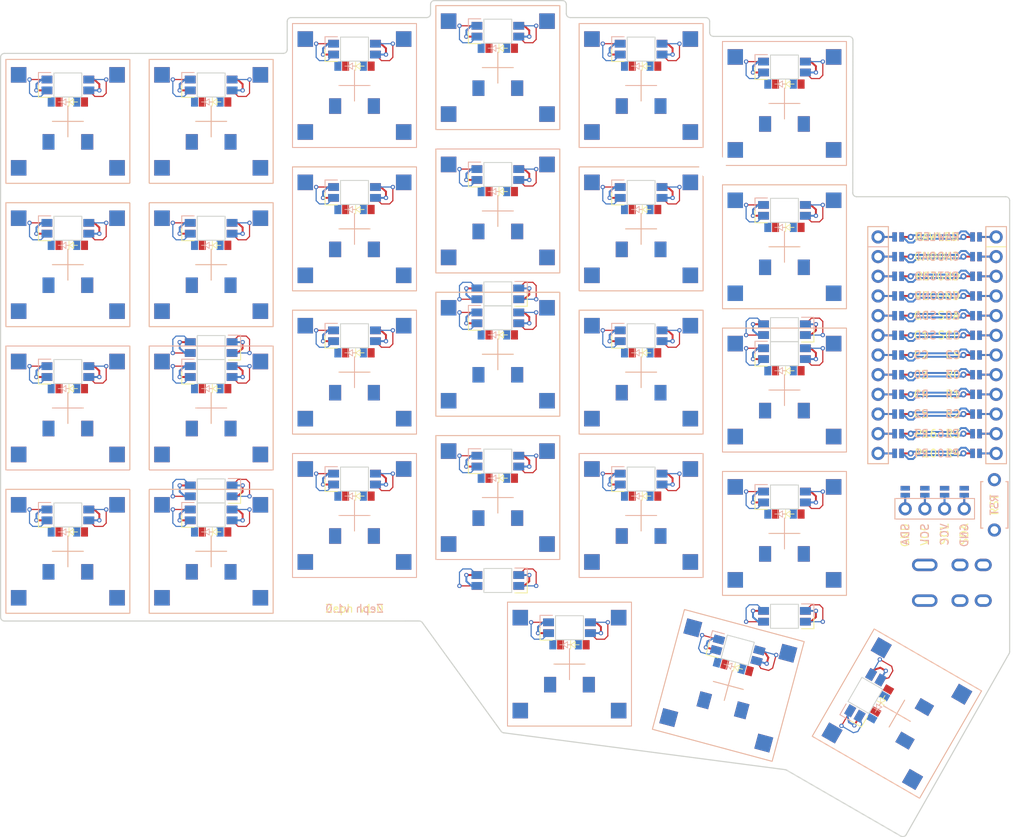
<source format=kicad_pcb>
(kicad_pcb (version 20240108) (generator "ergogen") (generator_version "4.1.0")
  (title_block (title "zeph") (date "2025-03-02") (rev "0.2") (company "ceoloide"))
  (layers (0 "F.Cu" signal) (31 "B.Cu" signal) (34 "B.Paste" user) (35 "F.Paste" user) (36 "B.SilkS" user "B.Silkscreen") (37 "F.SilkS" user "F.Silkscreen") (38 "B.Mask" user) (39 "F.Mask" user) (44 "Edge.Cuts" user))
  (net 0 "")
  (net 1 "C0")
  (net 2 "outer_bottom_B")
  (net 3 "outer_home_B")
  (net 4 "outer_top_B")
  (net 5 "outer_numbers_B")
  (net 6 "C1")
  (net 7 "pinky_bottom_B")
  (net 8 "pinky_home_B")
  (net 9 "pinky_top_B")
  (net 10 "pinky_numbers_B")
  (net 11 "C2")
  (net 12 "ring_bottom_B")
  (net 13 "ring_home_B")
  (net 14 "ring_top_B")
  (net 15 "ring_numbers_B")
  (net 16 "C3")
  (net 17 "middle_bottom_B")
  (net 18 "middle_home_B")
  (net 19 "middle_top_B")
  (net 20 "middle_numbers_B")
  (net 21 "C4")
  (net 22 "index_bottom_B")
  (net 23 "index_home_B")
  (net 24 "index_top_B")
  (net 25 "index_numbers_B")
  (net 26 "C5")
  (net 27 "inner_bottom_B")
  (net 28 "inner_home_B")
  (net 29 "inner_top_B")
  (net 30 "inner_numbers_B")
  (net 31 "near_home_B")
  (net 32 "mid_home_B")
  (net 33 "far_home_B")
  (net 34 "R3")
  (net 35 "R2")
  (net 36 "R1")
  (net 37 "R0")
  (net 38 "R4")
  (net 39 "outer_bottom_F")
  (net 40 "outer_home_F")
  (net 41 "outer_top_F")
  (net 42 "outer_numbers_F")
  (net 43 "pinky_bottom_F")
  (net 44 "pinky_home_F")
  (net 45 "pinky_top_F")
  (net 46 "pinky_numbers_F")
  (net 47 "ring_bottom_F")
  (net 48 "ring_home_F")
  (net 49 "ring_top_F")
  (net 50 "ring_numbers_F")
  (net 51 "middle_bottom_F")
  (net 52 "middle_home_F")
  (net 53 "middle_top_F")
  (net 54 "middle_numbers_F")
  (net 55 "index_bottom_F")
  (net 56 "index_home_F")
  (net 57 "index_top_F")
  (net 58 "index_numbers_F")
  (net 59 "inner_bottom_F")
  (net 60 "inner_home_F")
  (net 61 "inner_top_F")
  (net 62 "inner_numbers_F")
  (net 63 "near_home_F")
  (net 64 "mid_home_F")
  (net 65 "far_home_F")
  (net 66 "RAW")
  (net 67 "GND")
  (net 68 "RST")
  (net 69 "VCC")
  (net 70 "P16")
  (net 71 "P10")
  (net 72 "LED")
  (net 73 "DAT")
  (net 74 "SDA")
  (net 75 "SCL")
  (net 76 "CS")
  (net 77 "P101")
  (net 78 "P102")
  (net 79 "P107")
  (net 80 "MCU1_24")
  (net 81 "MCU1_1")
  (net 82 "MCU1_23")
  (net 83 "MCU1_2")
  (net 84 "MCU1_22")
  (net 85 "MCU1_3")
  (net 86 "MCU1_21")
  (net 87 "MCU1_4")
  (net 88 "MCU1_20")
  (net 89 "MCU1_5")
  (net 90 "MCU1_19")
  (net 91 "MCU1_6")
  (net 92 "MCU1_18")
  (net 93 "MCU1_7")
  (net 94 "MCU1_17")
  (net 95 "MCU1_8")
  (net 96 "MCU1_16")
  (net 97 "MCU1_9")
  (net 98 "MCU1_15")
  (net 99 "MCU1_10")
  (net 100 "MCU1_14")
  (net 101 "MCU1_11")
  (net 102 "MCU1_13")
  (net 103 "MCU1_12")
  (net 104 "DISP1_1")
  (net 105 "DISP1_2")
  (net 106 "DISP1_3")
  (net 107 "DISP1_4")
  (net 108 "LED_21")
  (net 109 "LED_20")
  (net 110 "LED_19")
  (net 111 "LED_18")
  (net 112 "LED_16")
  (net 113 "LED_15")
  (net 114 "LED_17")
  (net 115 "LED_14")
  (net 116 "LED_13")
  (net 117 "LED_12")
  (net 118 "LED_10")
  (net 119 "LED_9")
  (net 120 "LED_11")
  (net 121 "LED_7")
  (net 122 "LED_6")
  (net 123 "LED_5")
  (net 124 "LED_4")
  (net 125 "LED_2")
  (net 126 "LED_1")
  (net 127 "LED_3")
  (net 128 "LED_8")
  (net 129 "ULED_6")
  (net 130 "ULED_1")
  (net 131 "ULED_2")
  (net 132 "ULED_3")
  (net 133 "ULED_4")
  (net 134 "ULED_5")
  (footprint "ceoloide:mounting_hole_npth" (layer "F.Cu") (at 204.927 100.4635 0)
    (property "Reference" "MH1" hide)
  )
  (footprint "ceoloide:mounting_hole_npth" (layer "F.Cu") (at 218.969 108.7575 0)
    (property "Reference" "MH2" hide)
  )
  (footprint "ceoloide:mounting_hole_npth" (layer "F.Cu") (at 109.25 53.75 0)
    (property "Reference" "MH3" hide)
  )
  (footprint "ceoloide:mounting_hole_npth" (layer "F.Cu") (at 109.25 90.75 0)
    (property "Reference" "MH4" hide)
  )
  (footprint "ceoloide:mounting_hole_npth" (layer "F.Cu") (at 183.218 50.298500000000004 0)
    (property "Reference" "MH5" hide)
  )
  (footprint "ceoloide:mounting_hole_npth" (layer "F.Cu") (at 151.157 107.615 0)
    (property "Reference" "MH6" hide)
  )
  (footprint "ceoloide:mounting_hole_npth" (layer "F.Cu") (at 196.7245951 115.0067481 60)
    (property "Reference" "MH7" hide)
  )
  (footprint "CPG1316S01D02" (at 100 100 0) (layer B.Cu)
    (property "Reference" "S1" hide)
  )
  (footprint "CPG1316S01D02" (at 100 81.5 0) (layer B.Cu)
    (property "Reference" "S2" hide)
  )
  (footprint "CPG1316S01D02" (at 100 63 0) (layer B.Cu)
    (property "Reference" "S3" hide)
  )
  (footprint "CPG1316S01D02" (at 100 44.5 0) (layer B.Cu)
    (property "Reference" "S4" hide)
  )
  (footprint "CPG1316S01D02" (at 118.5 100 0) (layer B.Cu)
    (property "Reference" "S5" hide)
  )
  (footprint "CPG1316S01D02" (at 118.5 81.5 0) (layer B.Cu)
    (property "Reference" "S6" hide)
  )
  (footprint "CPG1316S01D02" (at 118.5 63 0) (layer B.Cu)
    (property "Reference" "S7" hide)
  )
  (footprint "CPG1316S01D02" (at 118.5 44.5 0) (layer B.Cu)
    (property "Reference" "S8" hide)
  )
  (footprint "CPG1316S01D02" (at 137 95.375 0) (layer B.Cu)
    (property "Reference" "S9" hide)
  )
  (footprint "CPG1316S01D02" (at 137 76.875 0) (layer B.Cu)
    (property "Reference" "S10" hide)
  )
  (footprint "CPG1316S01D02" (at 137 58.375 0) (layer B.Cu)
    (property "Reference" "S11" hide)
  )
  (footprint "CPG1316S01D02" (at 137 39.875 0) (layer B.Cu)
    (property "Reference" "S12" hide)
  )
  (footprint "CPG1316S01D02" (at 155.5 93.0625 0) (layer B.Cu)
    (property "Reference" "S13" hide)
  )
  (footprint "CPG1316S01D02" (at 155.5 74.5625 0) (layer B.Cu)
    (property "Reference" "S14" hide)
  )
  (footprint "CPG1316S01D02" (at 155.5 56.0625 0) (layer B.Cu)
    (property "Reference" "S15" hide)
  )
  (footprint "CPG1316S01D02" (at 155.5 37.5625 0) (layer B.Cu)
    (property "Reference" "S16" hide)
  )
  (footprint "CPG1316S01D02" (at 174 95.375 0) (layer B.Cu)
    (property "Reference" "S17" hide)
  )
  (footprint "CPG1316S01D02" (at 174 76.875 0) (layer B.Cu)
    (property "Reference" "S18" hide)
  )
  (footprint "CPG1316S01D02" (at 174 58.375 0) (layer B.Cu)
    (property "Reference" "S19" hide)
  )
  (footprint "CPG1316S01D02" (at 174 39.875 0) (layer B.Cu)
    (property "Reference" "S20" hide)
  )
  (footprint "CPG1316S01D02" (at 192.5 97.6875 0) (layer B.Cu)
    (property "Reference" "S21" hide)
  )
  (footprint "CPG1316S01D02" (at 192.5 79.1875 0) (layer B.Cu)
    (property "Reference" "S22" hide)
  )
  (footprint "CPG1316S01D02" (at 192.5 60.6875 0) (layer B.Cu)
    (property "Reference" "S23" hide)
  )
  (footprint "CPG1316S01D02" (at 192.5 42.1875 0) (layer B.Cu)
    (property "Reference" "S24" hide)
  )
  (footprint "CPG1316S01D02" (at 164.75 114.5625 0) (layer B.Cu)
    (property "Reference" "S25" hide)
  )
  (footprint "CPG1316S01D02" (at 185.25 117.3125 -15) (layer B.Cu)
    (property "Reference" "S26" hide)
  )
  (footprint "CPG1316S01D02" (at 207.0138429 120.9472481 60) (layer B.Cu)
    (property "Reference" "S27" hide)
  )
  (footprint "ceoloide:diode_tht_sod123" (layer "B.Cu") (at 99.5 97.5 0)
    (property "Reference" "D1" hide)
  )
  (footprint "ceoloide:diode_tht_sod123" (layer "B.Cu") (at 99.5 79 0)
    (property "Reference" "D2" hide)
  )
  (footprint "ceoloide:diode_tht_sod123" (layer "B.Cu") (at 99.5 60.5 0)
    (property "Reference" "D3" hide)
  )
  (footprint "ceoloide:diode_tht_sod123" (layer "B.Cu") (at 99.5 42 0)
    (property "Reference" "D4" hide)
  )
  (footprint "ceoloide:diode_tht_sod123" (layer "B.Cu") (at 118 97.5 0)
    (property "Reference" "D5" hide)
  )
  (footprint "ceoloide:diode_tht_sod123" (layer "B.Cu") (at 118 79 0)
    (property "Reference" "D6" hide)
  )
  (footprint "ceoloide:diode_tht_sod123" (layer "B.Cu") (at 118 60.5 0)
    (property "Reference" "D7" hide)
  )
  (footprint "ceoloide:diode_tht_sod123" (layer "B.Cu") (at 118 42 0)
    (property "Reference" "D8" hide)
  )
  (footprint "ceoloide:diode_tht_sod123" (layer "B.Cu") (at 136.5 92.875 0)
    (property "Reference" "D9" hide)
  )
  (footprint "ceoloide:diode_tht_sod123" (layer "B.Cu") (at 136.5 74.375 0)
    (property "Reference" "D10" hide)
  )
  (footprint "ceoloide:diode_tht_sod123" (layer "B.Cu") (at 136.5 55.875 0)
    (property "Reference" "D11" hide)
  )
  (footprint "ceoloide:diode_tht_sod123" (layer "B.Cu") (at 136.5 37.375 0)
    (property "Reference" "D12" hide)
  )
  (footprint "ceoloide:diode_tht_sod123" (layer "B.Cu") (at 155 90.5625 0)
    (property "Reference" "D13" hide)
  )
  (footprint "ceoloide:diode_tht_sod123" (layer "B.Cu") (at 155 72.0625 0)
    (property "Reference" "D14" hide)
  )
  (footprint "ceoloide:diode_tht_sod123" (layer "B.Cu") (at 155 53.5625 0)
    (property "Reference" "D15" hide)
  )
  (footprint "ceoloide:diode_tht_sod123" (layer "B.Cu") (at 155 35.0625 0)
    (property "Reference" "D16" hide)
  )
  (footprint "ceoloide:diode_tht_sod123" (layer "B.Cu") (at 173.5 92.875 0)
    (property "Reference" "D17" hide)
  )
  (footprint "ceoloide:diode_tht_sod123" (layer "B.Cu") (at 173.5 74.375 0)
    (property "Reference" "D18" hide)
  )
  (footprint "ceoloide:diode_tht_sod123" (layer "B.Cu") (at 173.5 55.875 0)
    (property "Reference" "D19" hide)
  )
  (footprint "ceoloide:diode_tht_sod123" (layer "B.Cu") (at 173.5 37.375 0)
    (property "Reference" "D20" hide)
  )
  (footprint "ceoloide:diode_tht_sod123" (layer "B.Cu") (at 192 95.1875 0)
    (property "Reference" "D21" hide)
  )
  (footprint "ceoloide:diode_tht_sod123" (layer "B.Cu") (at 192 76.6875 0)
    (property "Reference" "D22" hide)
  )
  (footprint "ceoloide:diode_tht_sod123" (layer "B.Cu") (at 192 58.1875 0)
    (property "Reference" "D23" hide)
  )
  (footprint "ceoloide:diode_tht_sod123" (layer "B.Cu") (at 192 39.6875 0)
    (property "Reference" "D24" hide)
  )
  (footprint "ceoloide:diode_tht_sod123" (layer "B.Cu") (at 164.25 112.0625 0)
    (property "Reference" "D25" hide)
  )
  (footprint "ceoloide:diode_tht_sod123" (layer "B.Cu") (at 185.4140847 114.7682759 -15)
    (property "Reference" "D26" hide)
  )
  (footprint "ceoloide:diode_tht_sod123" (layer "B.Cu") (at 204.59877939999998 120.1302608 60)
    (property "Reference" "D27" hide)
  )
  (footprint "CPG1316S01D02" (at 100 100 0) (layer F.Cu)
    (property "Reference" "S28" hide)
  )
  (footprint "CPG1316S01D02" (at 100 81.5 0) (layer F.Cu)
    (property "Reference" "S29" hide)
  )
  (footprint "CPG1316S01D02" (at 100 63 0) (layer F.Cu)
    (property "Reference" "S30" hide)
  )
  (footprint "CPG1316S01D02" (at 100 44.5 0) (layer F.Cu)
    (property "Reference" "S31" hide)
  )
  (footprint "CPG1316S01D02" (at 118.5 100 0) (layer F.Cu)
    (property "Reference" "S32" hide)
  )
  (footprint "CPG1316S01D02" (at 118.5 81.5 0) (layer F.Cu)
    (property "Reference" "S33" hide)
  )
  (footprint "CPG1316S01D02" (at 118.5 63 0) (layer F.Cu)
    (property "Reference" "S34" hide)
  )
  (footprint "CPG1316S01D02" (at 118.5 44.5 0) (layer F.Cu)
    (property "Reference" "S35" hide)
  )
  (footprint "CPG1316S01D02" (at 137 95.375 0) (layer F.Cu)
    (property "Reference" "S36" hide)
  )
  (footprint "CPG1316S01D02" (at 137 76.875 0) (layer F.Cu)
    (property "Reference" "S37" hide)
  )
  (footprint "CPG1316S01D02" (at 137 58.375 0) (layer F.Cu)
    (property "Reference" "S38" hide)
  )
  (footprint "CPG1316S01D02" (at 137 39.875 0) (layer F.Cu)
    (property "Reference" "S39" hide)
  )
  (footprint "CPG1316S01D02" (at 155.5 93.0625 0) (layer F.Cu)
    (property "Reference" "S40" hide)
  )
  (footprint "CPG1316S01D02" (at 155.5 74.5625 0) (layer F.Cu)
    (property "Reference" "S41" hide)
  )
  (footprint "CPG1316S01D02" (at 155.5 56.0625 0) (layer F.Cu)
    (property "Reference" "S42" hide)
  )
  (footprint "CPG1316S01D02" (at 155.5 37.5625 0) (layer F.Cu)
    (property "Reference" "S43" hide)
  )
  (footprint "CPG1316S01D02" (at 174 95.375 0) (layer F.Cu)
    (property "Reference" "S44" hide)
  )
  (footprint "CPG1316S01D02" (at 174 76.875 0) (layer F.Cu)
    (property "Reference" "S45" hide)
  )
  (footprint "CPG1316S01D02" (at 174 58.375 0) (layer F.Cu)
    (property "Reference" "S46" hide)
  )
  (footprint "CPG1316S01D02" (at 174 39.875 0) (layer F.Cu)
    (property "Reference" "S47" hide)
  )
  (footprint "CPG1316S01D02" (at 192.5 97.6875 0) (layer F.Cu)
    (property "Reference" "S48" hide)
  )
  (footprint "CPG1316S01D02" (at 192.5 79.1875 0) (layer F.Cu)
    (property "Reference" "S49" hide)
  )
  (footprint "CPG1316S01D02" (at 192.5 60.6875 0) (layer F.Cu)
    (property "Reference" "S50" hide)
  )
  (footprint "CPG1316S01D02" (at 192.5 42.1875 0) (layer F.Cu)
    (property "Reference" "S51" hide)
  )
  (footprint "CPG1316S01D02" (at 164.75 114.5625 0) (layer F.Cu)
    (property "Reference" "S52" hide)
  )
  (footprint "CPG1316S01D02" (at 185.25 117.3125 -15) (layer F.Cu)
    (property "Reference" "S53" hide)
  )
  (footprint "CPG1316S01D02" (at 207.0138429 120.9472481 60) (layer F.Cu)
    (property "Reference" "S54" hide)
  )
  (footprint "ceoloide:diode_tht_sod123" (layer "F.Cu") (at 100.5 97.5 0)
    (property "Reference" "D28" hide)
  )
  (footprint "ceoloide:diode_tht_sod123" (layer "F.Cu") (at 100.5 79 0)
    (property "Reference" "D29" hide)
  )
  (footprint "ceoloide:diode_tht_sod123" (layer "F.Cu") (at 100.5 60.5 0)
    (property "Reference" "D30" hide)
  )
  (footprint "ceoloide:diode_tht_sod123" (layer "F.Cu") (at 100.5 42 0)
    (property "Reference" "D31" hide)
  )
  (footprint "ceoloide:diode_tht_sod123" (layer "F.Cu") (at 119 97.5 0)
    (property "Reference" "D32" hide)
  )
  (footprint "ceoloide:diode_tht_sod123" (layer "F.Cu") (at 119 79 0)
    (property "Reference" "D33" hide)
  )
  (footprint "ceoloide:diode_tht_sod123" (layer "F.Cu") (at 119 60.5 0)
    (property "Reference" "D34" hide)
  )
  (footprint "ceoloide:diode_tht_sod123" (layer "F.Cu") (at 119 42 0)
    (property "Reference" "D35" hide)
  )
  (footprint "ceoloide:diode_tht_sod123" (layer "F.Cu") (at 137.5 92.875 0)
    (property "Reference" "D36" hide)
  )
  (footprint "ceoloide:diode_tht_sod123" (layer "F.Cu") (at 137.5 74.375 0)
    (property "Reference" "D37" hide)
  )
  (footprint "ceoloide:diode_tht_sod123" (layer "F.Cu") (at 137.5 55.875 0)
    (property "Reference" "D38" hide)
  )
  (footprint "ceoloide:diode_tht_sod123" (layer "F.Cu") (at 137.5 37.375 0)
    (property "Reference" "D39" hide)
  )
  (footprint "ceoloide:diode_tht_sod123" (layer "F.Cu") (at 156 90.5625 0)
    (property "Reference" "D40" hide)
  )
  (footprint "ceoloide:diode_tht_sod123" (layer "F.Cu") (at 156 72.0625 0)
    (property "Reference" "D41" hide)
  )
  (footprint "ceoloide:diode_tht_sod123" (layer "F.Cu") (at 156 53.5625 0)
    (property "Reference" "D42" hide)
  )
  (footprint "ceoloide:diode_tht_sod123" (layer "F.Cu") (at 156 35.0625 0)
    (property "Reference" "D43" hide)
  )
  (footprint "ceoloide:diode_tht_sod123" (layer "F.Cu") (at 174.5 92.875 0)
    (property "Reference" "D44" hide)
  )
  (footprint "ceoloide:diode_tht_sod123" (layer "F.Cu") (at 174.5 74.375 0)
    (property "Reference" "D45" hide)
  )
  (footprint "ceoloide:diode_tht_sod123" (layer "F.Cu") (at 174.5 55.875 0)
    (property "Reference" "D46" hide)
  )
  (footprint "ceoloide:diode_tht_sod123" (layer "F.Cu") (at 174.5 37.375 0)
    (property "Reference" "D47" hide)
  )
  (footprint "ceoloide:diode_tht_sod123" (layer "F.Cu") (at 193 95.1875 0)
    (property "Reference" "D48" hide)
  )
  (footprint "ceoloide:diode_tht_sod123" (layer "F.Cu") (at 193 76.6875 0)
    (property "Reference" "D49" hide)
  )
  (footprint "ceoloide:diode_tht_sod123" (layer "F.Cu") (at 193 58.1875 0)
    (property "Reference" "D50" hide)
  )
  (footprint "ceoloide:diode_tht_sod123" (layer "F.Cu") (at 193 39.6875 0)
    (property "Reference" "D51" hide)
  )
  (footprint "ceoloide:diode_tht_sod123" (layer "F.Cu") (at 165.25 112.0625 0)
    (property "Reference" "D52" hide)
  )
  (footprint "ceoloide:diode_tht_sod123" (layer "F.Cu") (at 186.3800105 115.027095 -15)
    (property "Reference" "D53" hide)
  )
  (footprint "ceoloide:diode_tht_sod123" (layer "F.Cu") (at 205.09877939999998 119.26423539999999 60)
    (property "Reference" "D54" hide)
  )
  (footprint "ceoloide:mcu_nice_nano" (layer "F.Cu") (at 212.204 72.12 0)
    (property "Reference" "MCU1" hide)
  )
  (segment (start 216.78400000000002 59.42) (end 215.604 59.42) (width 0.25) (layer "F.Cu"))
  (segment (start 207.624 59.42) (end 208.804 59.42) (width 0.25) (layer "F.Cu"))
  (segment (start 204.584 59.42) (end 206.704 59.42) (width 0.25) (layer "F.Cu"))
  (segment (start 204.584 59.42) (end 206.704 59.42) (width 0.25) (layer "B.Cu"))
  (segment (start 217.704 59.42) (end 219.824 59.42) (width 0.25) (layer "F.Cu"))
  (segment (start 219.824 59.42) (end 217.704 59.42) (width 0.25) (layer "B.Cu"))
  (segment (start 209.59930500000002 59.650000000000006) (end 215.374 59.650000000000006) (width 0.25) (layer "B.Cu"))
  (segment (start 207.429 59.42) (end 207.778695 59.42) (width 0.25) (layer "B.Cu"))
  (segment (start 208.503695 60.145) (end 209.104305 60.145) (width 0.25) (layer "B.Cu"))
  (segment (start 207.778695 59.42) (end 208.503695 60.145) (width 0.25) (layer "B.Cu"))
  (segment (start 209.104305 60.145) (end 209.59930500000002 59.650000000000006) (width 0.25) (layer "B.Cu"))
  (segment (start 216.979 59.42) (end 216.62930500000002 59.42) (width 0.25) (layer "B.Cu"))
  (segment (start 214.798695 59.2) (end 209.024 59.2) (width 0.25) (layer "B.Cu"))
  (segment (start 216.62930500000002 59.42) (end 215.90430500000002 58.69500000000001) (width 0.25) (layer "B.Cu"))
  (segment (start 215.90430500000002 58.69500000000001) (end 215.303695 58.69500000000001) (width 0.25) (layer "B.Cu"))
  (segment (start 215.303695 58.69500000000001) (end 214.798695 59.2) (width 0.25) (layer "B.Cu"))
  (segment (start 216.78400000000002 61.96000000000001) (end 215.604 61.96000000000001) (width 0.25) (layer "F.Cu"))
  (segment (start 207.624 61.96000000000001) (end 208.804 61.96000000000001) (width 0.25) (layer "F.Cu"))
  (segment (start 204.584 61.96000000000001) (end 206.704 61.96000000000001) (width 0.25) (layer "F.Cu"))
  (segment (start 204.584 61.96000000000001) (end 206.704 61.96000000000001) (width 0.25) (layer "B.Cu"))
  (segment (start 217.704 61.96000000000001) (end 219.824 61.96000000000001) (width 0.25) (layer "F.Cu"))
  (segment (start 219.824 61.96000000000001) (end 217.704 61.96000000000001) (width 0.25) (layer "B.Cu"))
  (segment (start 209.59930500000002 62.190000000000005) (end 215.374 62.190000000000005) (width 0.25) (layer "B.Cu"))
  (segment (start 207.429 61.96000000000001) (end 207.778695 61.96000000000001) (width 0.25) (layer "B.Cu"))
  (segment (start 208.503695 62.685) (end 209.104305 62.685) (width 0.25) (layer "B.Cu"))
  (segment (start 207.778695 61.96000000000001) (end 208.503695 62.685) (width 0.25) (layer "B.Cu"))
  (segment (start 209.104305 62.685) (end 209.59930500000002 62.190000000000005) (width 0.25) (layer "B.Cu"))
  (segment (start 216.979 61.96000000000001) (end 216.62930500000002 61.96000000000001) (width 0.25) (layer "B.Cu"))
  (segment (start 214.798695 61.74) (end 209.024 61.74) (width 0.25) (layer "B.Cu"))
  (segment (start 216.62930500000002 61.96000000000001) (end 215.90430500000002 61.23500000000001) (width 0.25) (layer "B.Cu"))
  (segment (start 215.90430500000002 61.23500000000001) (end 215.303695 61.23500000000001) (width 0.25) (layer "B.Cu"))
  (segment (start 215.303695 61.23500000000001) (end 214.798695 61.74) (width 0.25) (layer "B.Cu"))
  (segment (start 216.78400000000002 64.5) (end 215.604 64.5) (width 0.25) (layer "F.Cu"))
  (segment (start 207.624 64.5) (end 208.804 64.5) (width 0.25) (layer "F.Cu"))
  (segment (start 204.584 64.5) (end 206.704 64.5) (width 0.25) (layer "F.Cu"))
  (segment (start 204.584 64.5) (end 206.704 64.5) (width 0.25) (layer "B.Cu"))
  (segment (start 217.704 64.5) (end 219.824 64.5) (width 0.25) (layer "F.Cu"))
  (segment (start 219.824 64.5) (end 217.704 64.5) (width 0.25) (layer "B.Cu"))
  (segment (start 209.59930500000002 64.73) (end 215.374 64.73) (width 0.25) (layer "B.Cu"))
  (segment (start 207.429 64.5) (end 207.778695 64.5) (width 0.25) (layer "B.Cu"))
  (segment (start 208.503695 65.22500000000001) (end 209.104305 65.22500000000001) (width 0.25) (layer "B.Cu"))
  (segment (start 207.778695 64.5) (end 208.503695 65.22500000000001) (width 0.25) (layer "B.Cu"))
  (segment (start 209.104305 65.22500000000001) (end 209.59930500000002 64.73) (width 0.25) (layer "B.Cu"))
  (segment (start 216.979 64.5) (end 216.62930500000002 64.5) (width 0.25) (layer "B.Cu"))
  (segment (start 214.798695 64.28) (end 209.024 64.28) (width 0.25) (layer "B.Cu"))
  (segment (start 216.62930500000002 64.5) (end 215.90430500000002 63.775000000000006) (width 0.25) (layer "B.Cu"))
  (segment (start 215.90430500000002 63.775000000000006) (end 215.303695 63.775000000000006) (width 0.25) (layer "B.Cu"))
  (segment (start 215.303695 63.775000000000006) (end 214.798695 64.28) (width 0.25) (layer "B.Cu"))
  (segment (start 216.78400000000002 67.04) (end 215.604 67.04) (width 0.25) (layer "F.Cu"))
  (segment (start 207.624 67.04) (end 208.804 67.04) (width 0.25) (layer "F.Cu"))
  (segment (start 204.584 67.04) (end 206.704 67.04) (width 0.25) (layer "F.Cu"))
  (segment (start 204.584 67.04) (end 206.704 67.04) (width 0.25) (layer "B.Cu"))
  (segment (start 217.704 67.04) (end 219.824 67.04) (width 0.25) (layer "F.Cu"))
  (segment (start 219.824 67.04) (end 217.704 67.04) (width 0.25) (layer "B.Cu"))
  (segment (start 209.59930500000002 67.27000000000001) (end 215.374 67.27000000000001) (width 0.25) (layer "B.Cu"))
  (segment (start 207.429 67.04) (end 207.778695 67.04) (width 0.25) (layer "B.Cu"))
  (segment (start 208.503695 67.765) (end 209.104305 67.765) (width 0.25) (layer "B.Cu"))
  (segment (start 207.778695 67.04) (end 208.503695 67.765) (width 0.25) (layer "B.Cu"))
  (segment (start 209.104305 67.765) (end 209.59930500000002 67.27000000000001) (width 0.25) (layer "B.Cu"))
  (segment (start 216.979 67.04) (end 216.62930500000002 67.04) (width 0.25) (layer "B.Cu"))
  (segment (start 214.798695 66.82000000000001) (end 209.024 66.82000000000001) (width 0.25) (layer "B.Cu"))
  (segment (start 216.62930500000002 67.04) (end 215.90430500000002 66.315) (width 0.25) (layer "B.Cu"))
  (segment (start 215.90430500000002 66.315) (end 215.303695 66.315) (width 0.25) (layer "B.Cu"))
  (segment (start 215.303695 66.315) (end 214.798695 66.82000000000001) (width 0.25) (layer "B.Cu"))
  (segment (start 216.78400000000002 69.58) (end 215.604 69.58) (width 0.25) (layer "F.Cu"))
  (segment (start 207.624 69.58) (end 208.804 69.58) (width 0.25) (layer "F.Cu"))
  (segment (start 204.584 69.58) (end 206.704 69.58) (width 0.25) (layer "F.Cu"))
  (segment (start 204.584 69.58) (end 206.704 69.58) (width 0.25) (layer "B.Cu"))
  (segment (start 217.704 69.58) (end 219.824 69.58) (width 0.25) (layer "F.Cu"))
  (segment (start 219.824 69.58) (end 217.704 69.58) (width 0.25) (layer "B.Cu"))
  (segment (start 209.59930500000002 69.81) (end 215.374 69.81) (width 0.25) (layer "B.Cu"))
  (segment (start 207.429 69.58) (end 207.778695 69.58) (width 0.25) (layer "B.Cu"))
  (segment (start 208.503695 70.305) (end 209.104305 70.305) (width 0.25) (layer "B.Cu"))
  (segment (start 207.778695 69.58) (end 208.503695 70.305) (width 0.25) (layer "B.Cu"))
  (segment (start 209.104305 70.305) (end 209.59930500000002 69.81) (width 0.25) (layer "B.Cu"))
  (segment (start 216.979 69.58) (end 216.62930500000002 69.58) (width 0.25) (layer "B.Cu"))
  (segment (start 214.798695 69.36) (end 209.024 69.36) (width 0.25) (layer "B.Cu"))
  (segment (start 216.62930500000002 69.58) (end 215.90430500000002 68.855) (width 0.25) (layer "B.Cu"))
  (segment (start 215.90430500000002 68.855) (end 215.303695 68.855) (width 0.25) (layer "B.Cu"))
  (segment (start 215.303695 68.855) (end 214.798695 69.36) (width 0.25) (layer "B.Cu"))
  (segment (start 216.78400000000002 72.12) (end 215.604 72.12) (width 0.25) (layer "F.Cu"))
  (segment (start 207.624 72.12) (end 208.804 72.12) (width 0.25) (layer "F.Cu"))
  (segment (start 204.584 72.12) (end 206.704 72.12) (width 0.25) (layer "F.Cu"))
  (segment (start 204.584 72.12) (end 206.704 72.12) (width 0.25) (layer "B.Cu"))
  (segment (start 217.704 72.12) (end 219.824 72.12) (width 0.25) (layer "F.Cu"))
  (segment (start 219.824 72.12) (end 217.704 72.12) (width 0.25) (layer "B.Cu"))
  (segment (start 209.59930500000002 72.35000000000001) (end 215.374 72.35000000000001) (width 0.25) (layer "B.Cu"))
  (segment (start 207.429 72.12) (end 207.778695 72.12) (width 0.25) (layer "B.Cu"))
  (segment (start 208.503695 72.845) (end 209.104305 72.845) (width 0.25) (layer "B.Cu"))
  (segment (start 207.778695 72.12) (end 208.503695 72.845) (width 0.25) (layer "B.Cu"))
  (segment (start 209.104305 72.845) (end 209.59930500000002 72.35000000000001) (width 0.25) (layer "B.Cu"))
  (segment (start 216.979 72.12) (end 216.62930500000002 72.12) (width 0.25) (layer "B.Cu"))
  (segment (start 214.798695 71.9) (end 209.024 71.9) (width 0.25) (layer "B.Cu"))
  (segment (start 216.62930500000002 72.12) (end 215.90430500000002 71.39500000000001) (width 0.25) (layer "B.Cu"))
  (segment (start 215.90430500000002 71.39500000000001) (end 215.303695 71.39500000000001) (width 0.25) (layer "B.Cu"))
  (segment (start 215.303695 71.39500000000001) (end 214.798695 71.9) (width 0.25) (layer "B.Cu"))
  (segment (start 216.78400000000002 74.66000000000001) (end 215.604 74.66000000000001) (width 0.25) (layer "F.Cu"))
  (segment (start 207.624 74.66000000000001) (end 208.804 74.66000000000001) (width 0.25) (layer "F.Cu"))
  (segment (start 204.584 74.66000000000001) (end 206.704 74.66000000000001) (width 0.25) (layer "F.Cu"))
  (segment (start 204.584 74.66000000000001) (end 206.704 74.66000000000001) (width 0.25) (layer "B.Cu"))
  (segment (start 217.704 74.66000000000001) (end 219.824 74.66000000000001) (width 0.25) (layer "F.Cu"))
  (segment (start 219.824 74.66000000000001) (end 217.704 74.66000000000001) (width 0.25) (layer "B.Cu"))
  (segment (start 209.59930500000002 74.89) (end 215.374 74.89) (width 0.25) (layer "B.Cu"))
  (segment (start 207.429 74.66000000000001) (end 207.778695 74.66000000000001) (width 0.25) (layer "B.Cu"))
  (segment (start 208.503695 75.385) (end 209.104305 75.385) (width 0.25) (layer "B.Cu"))
  (segment (start 207.778695 74.66000000000001) (end 208.503695 75.385) (width 0.25) (layer "B.Cu"))
  (segment (start 209.104305 75.385) (end 209.59930500000002 74.89) (width 0.25) (layer "B.Cu"))
  (segment (start 216.979 74.66000000000001) (end 216.62930500000002 74.66000000000001) (width 0.25) (layer "B.Cu"))
  (segment (start 214.798695 74.44) (end 209.024 74.44) (width 0.25) (layer "B.Cu"))
  (segment (start 216.62930500000002 74.66000000000001) (end 215.90430500000002 73.935) (width 0.25) (layer "B.Cu"))
  (segment (start 215.90430500000002 73.935) (end 215.303695 73.935) (width 0.25) (layer "B.Cu"))
  (segment (start 215.303695 73.935) (end 214.798695 74.44) (width 0.25) (layer "B.Cu"))
  (segment (start 216.78400000000002 77.2) (end 215.604 77.2) (width 0.25) (layer "F.Cu"))
  (segment (start 207.624 77.2) (end 208.804 77.2) (width 0.25) (layer "F.Cu"))
  (segment (start 204.584 77.2) (end 206.704 77.2) (width 0.25) (layer "F.Cu"))
  (segment (start 204.584 77.2) (end 206.704 77.2) (width 0.25) (layer "B.Cu"))
  (segment (start 217.704 77.2) (end 219.824 77.2) (width 0.25) (layer "F.Cu"))
  (segment (start 219.824 77.2) (end 217.704 77.2) (width 0.25) (layer "B.Cu"))
  (segment (start 209.59930500000002 77.43) (end 215.374 77.43) (width 0.25) (layer "B.Cu"))
  (segment (start 207.429 77.2) (end 207.778695 77.2) (width 0.25) (layer "B.Cu"))
  (segment (start 208.503695 77.92500000000001) (end 209.104305 77.92500000000001) (width 0.25) (layer "B.Cu"))
  (segment (start 207.778695 77.2) (end 208.503695 77.92500000000001) (width 0.25) (layer "B.Cu"))
  (segment (start 209.104305 77.92500000000001) (end 209.59930500000002 77.43) (width 0.25) (layer "B.Cu"))
  (segment (start 216.979 77.2) (end 216.62930500000002 77.2) (width 0.25) (layer "B.Cu"))
  (segment (start 214.798695 76.98) (end 209.024 76.98) (width 0.25) (layer "B.Cu"))
  (segment (start 216.62930500000002 77.2) (end 215.90430500000002 76.47500000000001) (width 0.25) (layer "B.Cu"))
  (segment (start 215.90430500000002 76.47500000000001) (end 215.303695 76.47500000000001) (width 0.25) (layer "B.Cu"))
  (segment (start 215.303695 76.47500000000001) (end 214.798695 76.98) (width 0.25) (layer "B.Cu"))
  (segment (start 216.78400000000002 79.74000000000001) (end 215.604 79.74000000000001) (width 0.25) (layer "F.Cu"))
  (segment (start 207.624 79.74000000000001) (end 208.804 79.74000000000001) (width 0.25) (layer "F.Cu"))
  (segment (start 204.584 79.74000000000001) (end 206.704 79.74000000000001) (width 0.25) (layer "F.Cu"))
  (segment (start 204.584 79.74000000000001) (end 206.704 79.74000000000001) (width 0.25) (layer "B.Cu"))
  (segment (start 217.704 79.74000000000001) (end 219.824 79.74000000000001) (width 0.25) (layer "F.Cu"))
  (segment (start 219.824 79.74000000000001) (end 217.704 79.74000000000001) (width 0.25) (layer "B.Cu"))
  (segment (start 209.59930500000002 79.97) (end 215.374 79.97) (width 0.25) (layer "B.Cu"))
  (segment (start 207.429 79.74000000000001) (end 207.778695 79.74000000000001) (width 0.25) (layer "B.Cu"))
  (segment (start 208.503695 80.465) (end 209.104305 80.465) (width 0.25) (layer "B.Cu"))
  (segment (start 207.778695 79.74000000000001) (end 208.503695 80.465) (width 0.25) (layer "B.Cu"))
  (segment (start 209.104305 80.465) (end 209.59930500000002 79.97) (width 0.25) (layer "B.Cu"))
  (segment (start 216.979 79.74000000000001) (end 216.62930500000002 79.74000000000001) (width 0.25) (layer "B.Cu"))
  (segment (start 214.798695 79.52000000000001) (end 209.024 79.52000000000001) (width 0.25) (layer "B.Cu"))
  (segment (start 216.62930500000002 79.74000000000001) (end 215.90430500000002 79.015) (width 0.25) (layer "B.Cu"))
  (segment (start 215.90430500000002 79.015) (end 215.303695 79.015) (width 0.25) (layer "B.Cu"))
  (segment (start 215.303695 79.015) (end 214.798695 79.52000000000001) (width 0.25) (layer "B.Cu"))
  (segment (start 216.78400000000002 82.28) (end 215.604 82.28) (width 0.25) (layer "F.Cu"))
  (segment (start 207.624 82.28) (end 208.804 82.28) (width 0.25) (layer "F.Cu"))
  (segment (start 204.584 82.28) (end 206.704 82.28) (width 0.25) (layer "F.Cu"))
  (segment (start 204.584 82.28) (end 206.704 82.28) (width 0.25) (layer "B.Cu"))
  (segment (start 217.704 82.28) (end 219.824 82.28) (width 0.25) (layer "F.Cu"))
  (segment (start 219.824 82.28) (end 217.704 82.28) (width 0.25) (layer "B.Cu"))
  (segment (start 209.59930500000002 82.51) (end 215.374 82.51) (width 0.25) (layer "B.Cu"))
  (segment (start 207.429 82.28) (end 207.778695 82.28) (width 0.25) (layer "B.Cu"))
  (segment (start 208.503695 83.00500000000001) (end 209.104305 83.00500000000001) (width 0.25) (layer "B.Cu"))
  (segment (start 207.778695 82.28) (end 208.503695 83.00500000000001) (width 0.25) (layer "B.Cu"))
  (segment (start 209.104305 83.00500000000001) (end 209.59930500000002 82.51) (width 0.25) (layer "B.Cu"))
  (segment (start 216.979 82.28) (end 216.62930500000002 82.28) (width 0.25) (layer "B.Cu"))
  (segment (start 214.798695 82.06) (end 209.024 82.06) (width 0.25) (layer "B.Cu"))
  (segment (start 216.62930500000002 82.28) (end 215.90430500000002 81.555) (width 0.25) (layer "B.Cu"))
  (segment (start 215.90430500000002 81.555) (end 215.303695 81.555) (width 0.25) (layer "B.Cu"))
  (segment (start 215.303695 81.555) (end 214.798695 82.06) (width 0.25) (layer "B.Cu"))
  (segment (start 216.78400000000002 84.82000000000001) (end 215.604 84.82000000000001) (width 0.25) (layer "F.Cu"))
  (segment (start 207.624 84.82000000000001) (end 208.804 84.82000000000001) (width 0.25) (layer "F.Cu"))
  (segment (start 204.584 84.82000000000001) (end 206.704 84.82000000000001) (width 0.25) (layer "F.Cu"))
  (segment (start 204.584 84.82000000000001) (end 206.704 84.82000000000001) (width 0.25) (layer "B.Cu"))
  (segment (start 217.704 84.82000000000001) (end 219.824 84.82000000000001) (width 0.25) (layer "F.Cu"))
  (segment (start 219.824 84.82000000000001) (end 217.704 84.82000000000001) (width 0.25) (layer "B.Cu"))
  (segment (start 209.59930500000002 85.05000000000001) (end 215.374 85.05000000000001) (width 0.25) (layer "B.Cu"))
  (segment (start 207.429 84.82000000000001) (end 207.778695 84.82000000000001) (width 0.25) (layer "B.Cu"))
  (segment (start 208.503695 85.545) (end 209.104305 85.545) (width 0.25) (layer "B.Cu"))
  (segment (start 207.778695 84.82000000000001) (end 208.503695 85.545) (width 0.25) (layer "B.Cu"))
  (segment (start 209.104305 85.545) (end 209.59930500000002 85.05000000000001) (width 0.25) (layer "B.Cu"))
  (segment (start 216.979 84.82000000000001) (end 216.62930500000002 84.82000000000001) (width 0.25) (layer "B.Cu"))
  (segment (start 214.798695 84.60000000000001) (end 209.024 84.60000000000001) (width 0.25) (layer "B.Cu"))
  (segment (start 216.62930500000002 84.82000000000001) (end 215.90430500000002 84.095) (width 0.25) (layer "B.Cu"))
  (segment (start 215.90430500000002 84.095) (end 215.303695 84.095) (width 0.25) (layer "B.Cu"))
  (segment (start 215.303695 84.095) (end 214.798695 84.60000000000001) (width 0.25) (layer "B.Cu"))
  (segment (start 216.78400000000002 87.36) (end 215.604 87.36) (width 0.25) (layer "F.Cu"))
  (segment (start 207.624 87.36) (end 208.804 87.36) (width 0.25) (layer "F.Cu"))
  (segment (start 204.584 87.36) (end 206.704 87.36) (width 0.25) (layer "F.Cu"))
  (segment (start 204.584 87.36) (end 206.704 87.36) (width 0.25) (layer "B.Cu"))
  (segment (start 217.704 87.36) (end 219.824 87.36) (width 0.25) (layer "F.Cu"))
  (segment (start 219.824 87.36) (end 217.704 87.36) (width 0.25) (layer "B.Cu"))
  (segment (start 209.59930500000002 87.59) (end 215.374 87.59) (width 0.25) (layer "B.Cu"))
  (segment (start 207.429 87.36) (end 207.778695 87.36) (width 0.25) (layer "B.Cu"))
  (segment (start 208.503695 88.08500000000001) (end 209.104305 88.08500000000001) (width 0.25) (layer "B.Cu"))
  (segment (start 207.778695 87.36) (end 208.503695 88.08500000000001) (width 0.25) (layer "B.Cu"))
  (segment (start 209.104305 88.08500000000001) (end 209.59930500000002 87.59) (width 0.25) (layer "B.Cu"))
  (segment (start 216.979 87.36) (end 216.62930500000002 87.36) (width 0.25) (layer "B.Cu"))
  (segment (start 214.798695 87.14) (end 209.024 87.14) (width 0.25) (layer "B.Cu"))
  (segment (start 216.62930500000002 87.36) (end 215.90430500000002 86.635) (width 0.25) (layer "B.Cu"))
  (segment (start 215.90430500000002 86.635) (end 215.303695 86.635) (width 0.25) (layer "B.Cu"))
  (segment (start 215.303695 86.635) (end 214.798695 87.14) (width 0.25) (layer "B.Cu"))
  (gr_text "Zeph v1.0" (at 137 107.4 0) (layer "F.SilkS") (effects (font (size 1 1))))
  (gr_text "Zeph v1.0" (at 137 107.4 0) (layer "B.SilkS") (effects (font (size 1 1)) (justify mirror)))
  (footprint "ceoloide:display_ssd1306" (layer "F.Cu") (at 211.897 77.80799999999999 0)
    (property "Reference" "DISP1" hide)
  )
  (segment (start 208.087 94.508) (end 208.087 92.758) (width 0.25) (layer "F.Cu") (net 67))
  (segment (start 210.62699999999998 94.508) (end 210.62699999999998 92.758) (width 0.25) (layer "F.Cu") (net 69))
  (segment (start 213.167 94.508) (end 213.167 92.758) (width 0.25) (layer "F.Cu") (net 75))
  (segment (start 215.707 94.508) (end 215.707 92.758) (width 0.25) (layer "F.Cu") (net 74))
  (segment (start 208.087 94.508) (end 208.087 92.758) (width 0.25) (layer "B.Cu") (net 67))
  (segment (start 210.62699999999998 94.508) (end 210.62699999999998 92.758) (width 0.25) (layer "B.Cu") (net 69))
  (segment (start 213.167 94.508) (end 213.167 92.758) (width 0.25) (layer "B.Cu") (net 75))
  (segment (start 215.707 94.508) (end 215.707 92.758) (width 0.25) (layer "B.Cu") (net 74))
  (footprint "ceoloide:reset_switch_tht_top" (layer "F.Cu") (at 219.6 94.001 90)
    (property "Reference" "RST1" hide)
  )
  (footprint "ceoloide:trrs_pj320a (reversible, symmetric)" (layer "F.Cu") (at 221.36 104.06 -90)
    (property "Reference" "TRRS1" hide)
  )
  (footprint "ceoloide:led_SK6812mini-e (per-key, reversible)" (layer "B.Cu") (at 100 95.3 0)
    (property "Reference" "LED1" hide)
    (fp_rect (start -1.8 -1.55) (end 1.8 1.55) (layer "Edge.Cuts") (stroke (width 0.12)) (fill none))
  )
  (segment (start 103.4 94.6) (end 104.06 95.194084) (width 0.25) (layer "F.Cu") (net 69))
  (segment (start 104.06 95.194084) (end 104.06 96) (width 0.25) (layer "F.Cu") (net 69))
  (segment (start 102.7 94.6) (end 103.4 94.6) (width 0.25) (layer "F.Cu") (net 69))
  (via (at 104.06 96) (size 0.56) (drill 0.3) (layers "F.Cu" "B.Cu") (net 69))
  (segment (start 102.7 96) (end 104.06 96) (width 0.25) (layer "B.Cu") (net 69))
  (segment (start 104.95 94.6) (end 102.7 94.6) (width 0.15) (layer "B.Cu") (net 108))
  (via (at 104.95 94.6) (size 0.56) (drill 0.3) (layers "F.Cu" "B.Cu") (net 108))
  (segment (start 102.7 96) (end 103.481 96.785) (width 0.15) (layer "F.Cu") (net 108))
  (segment (start 103.481 96.785) (end 104.529 96.785) (width 0.15) (layer "F.Cu") (net 108))
  (segment (start 104.95 96.36) (end 104.95 94.6) (width 0.15) (layer "F.Cu") (net 108))
  (segment (start 104.529 96.785) (end 104.95 96.36) (width 0.15) (layer "F.Cu") (net 108))
  (segment (start 96.6 94.6) (end 95.94 95.194084) (width 0.25) (layer "B.Cu") (net 67))
  (segment (start 95.94 95.194084) (end 95.94 96) (width 0.25) (layer "B.Cu") (net 67))
  (segment (start 97.3 94.6) (end 96.6 94.6) (width 0.25) (layer "B.Cu") (net 67))
  (via (at 95.94 96) (size 0.56) (drill 0.3) (layers "F.Cu" "B.Cu") (net 67))
  (segment (start 97.3 96) (end 95.94 96) (width 0.25) (layer "F.Cu") (net 67))
  (segment (start 95.05 94.6) (end 97.3 94.6) (width 0.15) (layer "F.Cu") (net 109))
  (via (at 95.05 94.6) (size 0.56) (drill 0.3) (layers "F.Cu" "B.Cu") (net 109))
  (segment (start 97.3 96) (end 96.519 96.785) (width 0.15) (layer "B.Cu") (net 109))
  (segment (start 96.519 96.785) (end 95.471 96.785) (width 0.15) (layer "B.Cu") (net 109))
  (segment (start 95.05 96.36) (end 95.05 94.6) (width 0.15) (layer "B.Cu") (net 109))
  (segment (start 95.471 96.785) (end 95.05 96.36) (width 0.15) (layer "B.Cu") (net 109))
  (footprint "ceoloide:led_SK6812mini-e (per-key, reversible)" (layer "B.Cu") (at 100 76.8 0)
    (property "Reference" "LED2" hide)
    (fp_rect (start -1.8 -1.55) (end 1.8 1.55) (layer "Edge.Cuts") (stroke (width 0.12)) (fill none))
  )
  (segment (start 103.4 76.1) (end 104.06 76.694084) (width 0.25) (layer "F.Cu") (net 69))
  (segment (start 104.06 76.694084) (end 104.06 77.5) (width 0.25) (layer "F.Cu") (net 69))
  (segment (start 102.7 76.1) (end 103.4 76.1) (width 0.25) (layer "F.Cu") (net 69))
  (via (at 104.06 77.5) (size 0.56) (drill 0.3) (layers "F.Cu" "B.Cu") (net 69))
  (segment (start 102.7 77.5) (end 104.06 77.5) (width 0.25) (layer "B.Cu") (net 69))
  (segment (start 104.95 76.1) (end 102.7 76.1) (width 0.15) (layer "B.Cu") (net 109))
  (via (at 104.95 76.1) (size 0.56) (drill 0.3) (layers "F.Cu" "B.Cu") (net 109))
  (segment (start 102.7 77.5) (end 103.481 78.285) (width 0.15) (layer "F.Cu") (net 109))
  (segment (start 103.481 78.285) (end 104.529 78.285) (width 0.15) (layer "F.Cu") (net 109))
  (segment (start 104.95 77.86) (end 104.95 76.1) (width 0.15) (layer "F.Cu") (net 109))
  (segment (start 104.529 78.285) (end 104.95 77.86) (width 0.15) (layer "F.Cu") (net 109))
  (segment (start 96.6 76.1) (end 95.94 76.694084) (width 0.25) (layer "B.Cu") (net 67))
  (segment (start 95.94 76.694084) (end 95.94 77.5) (width 0.25) (layer "B.Cu") (net 67))
  (segment (start 97.3 76.1) (end 96.6 76.1) (width 0.25) (layer "B.Cu") (net 67))
  (via (at 95.94 77.5) (size 0.56) (drill 0.3) (layers "F.Cu" "B.Cu") (net 67))
  (segment (start 97.3 77.5) (end 95.94 77.5) (width 0.25) (layer "F.Cu") (net 67))
  (segment (start 95.05 76.1) (end 97.3 76.1) (width 0.15) (layer "F.Cu") (net 110))
  (via (at 95.05 76.1) (size 0.56) (drill 0.3) (layers "F.Cu" "B.Cu") (net 110))
  (segment (start 97.3 77.5) (end 96.519 78.285) (width 0.15) (layer "B.Cu") (net 110))
  (segment (start 96.519 78.285) (end 95.471 78.285) (width 0.15) (layer "B.Cu") (net 110))
  (segment (start 95.05 77.86) (end 95.05 76.1) (width 0.15) (layer "B.Cu") (net 110))
  (segment (start 95.471 78.285) (end 95.05 77.86) (width 0.15) (layer "B.Cu") (net 110))
  (footprint "ceoloide:led_SK6812mini-e (per-key, reversible)" (layer "B.Cu") (at 100 58.3 0)
    (property "Reference" "LED3" hide)
    (fp_rect (start -1.8 -1.55) (end 1.8 1.55) (layer "Edge.Cuts") (stroke (width 0.12)) (fill none))
  )
  (segment (start 103.4 57.599999999999994) (end 104.06 58.194084) (width 0.25) (layer "F.Cu") (net 69))
  (segment (start 104.06 58.194084) (end 104.06 59) (width 0.25) (layer "F.Cu") (net 69))
  (segment (start 102.7 57.599999999999994) (end 103.4 57.599999999999994) (width 0.25) (layer "F.Cu") (net 69))
  (via (at 104.06 59) (size 0.56) (drill 0.3) (layers "F.Cu" "B.Cu") (net 69))
  (segment (start 102.7 59) (end 104.06 59) (width 0.25) (layer "B.Cu") (net 69))
  (segment (start 104.95 57.599999999999994) (end 102.7 57.599999999999994) (width 0.15) (layer "B.Cu") (net 110))
  (via (at 104.95 57.599999999999994) (size 0.56) (drill 0.3) (layers "F.Cu" "B.Cu") (net 110))
  (segment (start 102.7 59) (end 103.481 59.785) (width 0.15) (layer "F.Cu") (net 110))
  (segment (start 103.481 59.785) (end 104.529 59.785) (width 0.15) (layer "F.Cu") (net 110))
  (segment (start 104.95 59.36) (end 104.95 57.599999999999994) (width 0.15) (layer "F.Cu") (net 110))
  (segment (start 104.529 59.785) (end 104.95 59.36) (width 0.15) (layer "F.Cu") (net 110))
  (segment (start 96.6 57.599999999999994) (end 95.94 58.194084) (width 0.25) (layer "B.Cu") (net 67))
  (segment (start 95.94 58.194084) (end 95.94 59) (width 0.25) (layer "B.Cu") (net 67))
  (segment (start 97.3 57.599999999999994) (end 96.6 57.599999999999994) (width 0.25) (layer "B.Cu") (net 67))
  (via (at 95.94 59) (size 0.56) (drill 0.3) (layers "F.Cu" "B.Cu") (net 67))
  (segment (start 97.3 59) (end 95.94 59) (width 0.25) (layer "F.Cu") (net 67))
  (segment (start 95.05 57.599999999999994) (end 97.3 57.599999999999994) (width 0.15) (layer "F.Cu") (net 111))
  (via (at 95.05 57.599999999999994) (size 0.56) (drill 0.3) (layers "F.Cu" "B.Cu") (net 111))
  (segment (start 97.3 59) (end 96.519 59.785) (width 0.15) (layer "B.Cu") (net 111))
  (segment (start 96.519 59.785) (end 95.471 59.785) (width 0.15) (layer "B.Cu") (net 111))
  (segment (start 95.05 59.36) (end 95.05 57.599999999999994) (width 0.15) (layer "B.Cu") (net 111))
  (segment (start 95.471 59.785) (end 95.05 59.36) (width 0.15) (layer "B.Cu") (net 111))
  (footprint "ceoloide:led_SK6812mini-e (per-key, reversible)" (layer "B.Cu") (at 100 39.8 0)
    (property "Reference" "LED4" hide)
    (fp_rect (start -1.8 -1.55) (end 1.8 1.55) (layer "Edge.Cuts") (stroke (width 0.12)) (fill none))
  )
  (segment (start 103.4 39.099999999999994) (end 104.06 39.694084) (width 0.25) (layer "F.Cu") (net 69))
  (segment (start 104.06 39.694084) (end 104.06 40.5) (width 0.25) (layer "F.Cu") (net 69))
  (segment (start 102.7 39.099999999999994) (end 103.4 39.099999999999994) (width 0.25) (layer "F.Cu") (net 69))
  (via (at 104.06 40.5) (size 0.56) (drill 0.3) (layers "F.Cu" "B.Cu") (net 69))
  (segment (start 102.7 40.5) (end 104.06 40.5) (width 0.25) (layer "B.Cu") (net 69))
  (segment (start 104.95 39.099999999999994) (end 102.7 39.099999999999994) (width 0.15) (layer "B.Cu") (net 0))
  (via (at 104.95 39.099999999999994) (size 0.56) (drill 0.3) (layers "F.Cu" "B.Cu") (net 0))
  (segment (start 102.7 40.5) (end 103.481 41.285) (width 0.15) (layer "F.Cu") (net 0))
  (segment (start 103.481 41.285) (end 104.529 41.285) (width 0.15) (layer "F.Cu") (net 0))
  (segment (start 104.95 40.86) (end 104.95 39.099999999999994) (width 0.15) (layer "F.Cu") (net 0))
  (segment (start 104.529 41.285) (end 104.95 40.86) (width 0.15) (layer "F.Cu") (net 0))
  (segment (start 96.6 39.099999999999994) (end 95.94 39.694084) (width 0.25) (layer "B.Cu") (net 67))
  (segment (start 95.94 39.694084) (end 95.94 40.5) (width 0.25) (layer "B.Cu") (net 67))
  (segment (start 97.3 39.099999999999994) (end 96.6 39.099999999999994) (width 0.25) (layer "B.Cu") (net 67))
  (via (at 95.94 40.5) (size 0.56) (drill 0.3) (layers "F.Cu" "B.Cu") (net 67))
  (segment (start 97.3 40.5) (end 95.94 40.5) (width 0.25) (layer "F.Cu") (net 67))
  (segment (start 95.05 39.099999999999994) (end 97.3 39.099999999999994) (width 0.15) (layer "F.Cu") (net 0))
  (via (at 95.05 39.099999999999994) (size 0.56) (drill 0.3) (layers "F.Cu" "B.Cu") (net 0))
  (segment (start 97.3 40.5) (end 96.519 41.285) (width 0.15) (layer "B.Cu") (net 0))
  (segment (start 96.519 41.285) (end 95.471 41.285) (width 0.15) (layer "B.Cu") (net 0))
  (segment (start 95.05 40.86) (end 95.05 39.099999999999994) (width 0.15) (layer "B.Cu") (net 0))
  (segment (start 95.471 41.285) (end 95.05 40.86) (width 0.15) (layer "B.Cu") (net 0))
  (footprint "ceoloide:led_SK6812mini-e (per-key, reversible)" (layer "B.Cu") (at 118.5 95.3 0)
    (property "Reference" "LED5" hide)
    (fp_rect (start -1.8 -1.55) (end 1.8 1.55) (layer "Edge.Cuts") (stroke (width 0.12)) (fill none))
  )
  (segment (start 121.9 94.6) (end 122.56 95.194084) (width 0.25) (layer "F.Cu") (net 69))
  (segment (start 122.56 95.194084) (end 122.56 96) (width 0.25) (layer "F.Cu") (net 69))
  (segment (start 121.2 94.6) (end 121.9 94.6) (width 0.25) (layer "F.Cu") (net 69))
  (via (at 122.56 96) (size 0.56) (drill 0.3) (layers "F.Cu" "B.Cu") (net 69))
  (segment (start 121.2 96) (end 122.56 96) (width 0.25) (layer "B.Cu") (net 69))
  (segment (start 123.45 94.6) (end 121.2 94.6) (width 0.15) (layer "B.Cu") (net 112))
  (via (at 123.45 94.6) (size 0.56) (drill 0.3) (layers "F.Cu" "B.Cu") (net 112))
  (segment (start 121.2 96) (end 121.981 96.785) (width 0.15) (layer "F.Cu") (net 112))
  (segment (start 121.981 96.785) (end 123.029 96.785) (width 0.15) (layer "F.Cu") (net 112))
  (segment (start 123.45 96.36) (end 123.45 94.6) (width 0.15) (layer "F.Cu") (net 112))
  (segment (start 123.029 96.785) (end 123.45 96.36) (width 0.15) (layer "F.Cu") (net 112))
  (segment (start 115.1 94.6) (end 114.44 95.194084) (width 0.25) (layer "B.Cu") (net 67))
  (segment (start 114.44 95.194084) (end 114.44 96) (width 0.25) (layer "B.Cu") (net 67))
  (segment (start 115.8 94.6) (end 115.1 94.6) (width 0.25) (layer "B.Cu") (net 67))
  (via (at 114.44 96) (size 0.56) (drill 0.3) (layers "F.Cu" "B.Cu") (net 67))
  (segment (start 115.8 96) (end 114.44 96) (width 0.25) (layer "F.Cu") (net 67))
  (segment (start 113.55 94.6) (end 115.8 94.6) (width 0.15) (layer "F.Cu") (net 113))
  (via (at 113.55 94.6) (size 0.56) (drill 0.3) (layers "F.Cu" "B.Cu") (net 113))
  (segment (start 115.8 96) (end 115.019 96.785) (width 0.15) (layer "B.Cu") (net 113))
  (segment (start 115.019 96.785) (end 113.971 96.785) (width 0.15) (layer "B.Cu") (net 113))
  (segment (start 113.55 96.36) (end 113.55 94.6) (width 0.15) (layer "B.Cu") (net 113))
  (segment (start 113.971 96.785) (end 113.55 96.36) (width 0.15) (layer "B.Cu") (net 113))
  (footprint "ceoloide:led_SK6812mini-e (per-key, reversible)" (layer "B.Cu") (at 118.5 76.8 0)
    (property "Reference" "LED6" hide)
    (fp_rect (start -1.8 -1.55) (end 1.8 1.55) (layer "Edge.Cuts") (stroke (width 0.12)) (fill none))
  )
  (segment (start 121.9 76.1) (end 122.56 76.694084) (width 0.25) (layer "F.Cu") (net 69))
  (segment (start 122.56 76.694084) (end 122.56 77.5) (width 0.25) (layer "F.Cu") (net 69))
  (segment (start 121.2 76.1) (end 121.9 76.1) (width 0.25) (layer "F.Cu") (net 69))
  (via (at 122.56 77.5) (size 0.56) (drill 0.3) (layers "F.Cu" "B.Cu") (net 69))
  (segment (start 121.2 77.5) (end 122.56 77.5) (width 0.25) (layer "B.Cu") (net 69))
  (segment (start 123.45 76.1) (end 121.2 76.1) (width 0.15) (layer "B.Cu") (net 114))
  (via (at 123.45 76.1) (size 0.56) (drill 0.3) (layers "F.Cu" "B.Cu") (net 114))
  (segment (start 121.2 77.5) (end 121.981 78.285) (width 0.15) (layer "F.Cu") (net 114))
  (segment (start 121.981 78.285) (end 123.029 78.285) (width 0.15) (layer "F.Cu") (net 114))
  (segment (start 123.45 77.86) (end 123.45 76.1) (width 0.15) (layer "F.Cu") (net 114))
  (segment (start 123.029 78.285) (end 123.45 77.86) (width 0.15) (layer "F.Cu") (net 114))
  (segment (start 115.1 76.1) (end 114.44 76.694084) (width 0.25) (layer "B.Cu") (net 67))
  (segment (start 114.44 76.694084) (end 114.44 77.5) (width 0.25) (layer "B.Cu") (net 67))
  (segment (start 115.8 76.1) (end 115.1 76.1) (width 0.25) (layer "B.Cu") (net 67))
  (via (at 114.44 77.5) (size 0.56) (drill 0.3) (layers "F.Cu" "B.Cu") (net 67))
  (segment (start 115.8 77.5) (end 114.44 77.5) (width 0.25) (layer "F.Cu") (net 67))
  (segment (start 113.55 76.1) (end 115.8 76.1) (width 0.15) (layer "F.Cu") (net 112))
  (via (at 113.55 76.1) (size 0.56) (drill 0.3) (layers "F.Cu" "B.Cu") (net 112))
  (segment (start 115.8 77.5) (end 115.019 78.285) (width 0.15) (layer "B.Cu") (net 112))
  (segment (start 115.019 78.285) (end 113.971 78.285) (width 0.15) (layer "B.Cu") (net 112))
  (segment (start 113.55 77.86) (end 113.55 76.1) (width 0.15) (layer "B.Cu") (net 112))
  (segment (start 113.971 78.285) (end 113.55 77.86) (width 0.15) (layer "B.Cu") (net 112))
  (footprint "ceoloide:led_SK6812mini-e (per-key, reversible)" (layer "B.Cu") (at 118.5 58.3 0)
    (property "Reference" "LED7" hide)
    (fp_rect (start -1.8 -1.55) (end 1.8 1.55) (layer "Edge.Cuts") (stroke (width 0.12)) (fill none))
  )
  (segment (start 121.9 57.599999999999994) (end 122.56 58.194084) (width 0.25) (layer "F.Cu") (net 69))
  (segment (start 122.56 58.194084) (end 122.56 59) (width 0.25) (layer "F.Cu") (net 69))
  (segment (start 121.2 57.599999999999994) (end 121.9 57.599999999999994) (width 0.25) (layer "F.Cu") (net 69))
  (via (at 122.56 59) (size 0.56) (drill 0.3) (layers "F.Cu" "B.Cu") (net 69))
  (segment (start 121.2 59) (end 122.56 59) (width 0.25) (layer "B.Cu") (net 69))
  (segment (start 123.45 57.599999999999994) (end 121.2 57.599999999999994) (width 0.15) (layer "B.Cu") (net 111))
  (via (at 123.45 57.599999999999994) (size 0.56) (drill 0.3) (layers "F.Cu" "B.Cu") (net 111))
  (segment (start 121.2 59) (end 121.981 59.785) (width 0.15) (layer "F.Cu") (net 111))
  (segment (start 121.981 59.785) (end 123.029 59.785) (width 0.15) (layer "F.Cu") (net 111))
  (segment (start 123.45 59.36) (end 123.45 57.599999999999994) (width 0.15) (layer "F.Cu") (net 111))
  (segment (start 123.029 59.785) (end 123.45 59.36) (width 0.15) (layer "F.Cu") (net 111))
  (segment (start 115.1 57.599999999999994) (end 114.44 58.194084) (width 0.25) (layer "B.Cu") (net 67))
  (segment (start 114.44 58.194084) (end 114.44 59) (width 0.25) (layer "B.Cu") (net 67))
  (segment (start 115.8 57.599999999999994) (end 115.1 57.599999999999994) (width 0.25) (layer "B.Cu") (net 67))
  (via (at 114.44 59) (size 0.56) (drill 0.3) (layers "F.Cu" "B.Cu") (net 67))
  (segment (start 115.8 59) (end 114.44 59) (width 0.25) (layer "F.Cu") (net 67))
  (segment (start 113.55 57.599999999999994) (end 115.8 57.599999999999994) (width 0.15) (layer "F.Cu") (net 114))
  (via (at 113.55 57.599999999999994) (size 0.56) (drill 0.3) (layers "F.Cu" "B.Cu") (net 114))
  (segment (start 115.8 59) (end 115.019 59.785) (width 0.15) (layer "B.Cu") (net 114))
  (segment (start 115.019 59.785) (end 113.971 59.785) (width 0.15) (layer "B.Cu") (net 114))
  (segment (start 113.55 59.36) (end 113.55 57.599999999999994) (width 0.15) (layer "B.Cu") (net 114))
  (segment (start 113.971 59.785) (end 113.55 59.36) (width 0.15) (layer "B.Cu") (net 114))
  (footprint "ceoloide:led_SK6812mini-e (per-key, reversible)" (layer "B.Cu") (at 118.5 39.8 0)
    (property "Reference" "LED8" hide)
    (fp_rect (start -1.8 -1.55) (end 1.8 1.55) (layer "Edge.Cuts") (stroke (width 0.12)) (fill none))
  )
  (segment (start 121.9 39.099999999999994) (end 122.56 39.694084) (width 0.25) (layer "F.Cu") (net 69))
  (segment (start 122.56 39.694084) (end 122.56 40.5) (width 0.25) (layer "F.Cu") (net 69))
  (segment (start 121.2 39.099999999999994) (end 121.9 39.099999999999994) (width 0.25) (layer "F.Cu") (net 69))
  (via (at 122.56 40.5) (size 0.56) (drill 0.3) (layers "F.Cu" "B.Cu") (net 69))
  (segment (start 121.2 40.5) (end 122.56 40.5) (width 0.25) (layer "B.Cu") (net 69))
  (segment (start 123.45 39.099999999999994) (end 121.2 39.099999999999994) (width 0.15) (layer "B.Cu") (net 0))
  (via (at 123.45 39.099999999999994) (size 0.56) (drill 0.3) (layers "F.Cu" "B.Cu") (net 0))
  (segment (start 121.2 40.5) (end 121.981 41.285) (width 0.15) (layer "F.Cu") (net 0))
  (segment (start 121.981 41.285) (end 123.029 41.285) (width 0.15) (layer "F.Cu") (net 0))
  (segment (start 123.45 40.86) (end 123.45 39.099999999999994) (width 0.15) (layer "F.Cu") (net 0))
  (segment (start 123.029 41.285) (end 123.45 40.86) (width 0.15) (layer "F.Cu") (net 0))
  (segment (start 115.1 39.099999999999994) (end 114.44 39.694084) (width 0.25) (layer "B.Cu") (net 67))
  (segment (start 114.44 39.694084) (end 114.44 40.5) (width 0.25) (layer "B.Cu") (net 67))
  (segment (start 115.8 39.099999999999994) (end 115.1 39.099999999999994) (width 0.25) (layer "B.Cu") (net 67))
  (via (at 114.44 40.5) (size 0.56) (drill 0.3) (layers "F.Cu" "B.Cu") (net 67))
  (segment (start 115.8 40.5) (end 114.44 40.5) (width 0.25) (layer "F.Cu") (net 67))
  (segment (start 113.55 39.099999999999994) (end 115.8 39.099999999999994) (width 0.15) (layer "F.Cu") (net 0))
  (via (at 113.55 39.099999999999994) (size 0.56) (drill 0.3) (layers "F.Cu" "B.Cu") (net 0))
  (segment (start 115.8 40.5) (end 115.019 41.285) (width 0.15) (layer "B.Cu") (net 0))
  (segment (start 115.019 41.285) (end 113.971 41.285) (width 0.15) (layer "B.Cu") (net 0))
  (segment (start 113.55 40.86) (end 113.55 39.099999999999994) (width 0.15) (layer "B.Cu") (net 0))
  (segment (start 113.971 41.285) (end 113.55 40.86) (width 0.15) (layer "B.Cu") (net 0))
  (footprint "ceoloide:led_SK6812mini-e (per-key, reversible)" (layer "B.Cu") (at 137 90.675 0)
    (property "Reference" "LED9" hide)
    (fp_rect (start -1.8 -1.55) (end 1.8 1.55) (layer "Edge.Cuts") (stroke (width 0.12)) (fill none))
  )
  (segment (start 140.4 89.975) (end 141.06 90.569084) (width 0.25) (layer "F.Cu") (net 69))
  (segment (start 141.06 90.569084) (end 141.06 91.375) (width 0.25) (layer "F.Cu") (net 69))
  (segment (start 139.7 89.975) (end 140.4 89.975) (width 0.25) (layer "F.Cu") (net 69))
  (via (at 141.06 91.375) (size 0.56) (drill 0.3) (layers "F.Cu" "B.Cu") (net 69))
  (segment (start 139.7 91.375) (end 141.06 91.375) (width 0.25) (layer "B.Cu") (net 69))
  (segment (start 141.95 89.975) (end 139.7 89.975) (width 0.15) (layer "B.Cu") (net 113))
  (via (at 141.95 89.975) (size 0.56) (drill 0.3) (layers "F.Cu" "B.Cu") (net 113))
  (segment (start 139.7 91.375) (end 140.481 92.16) (width 0.15) (layer "F.Cu") (net 113))
  (segment (start 140.481 92.16) (end 141.529 92.16) (width 0.15) (layer "F.Cu") (net 113))
  (segment (start 141.95 91.735) (end 141.95 89.975) (width 0.15) (layer "F.Cu") (net 113))
  (segment (start 141.529 92.16) (end 141.95 91.735) (width 0.15) (layer "F.Cu") (net 113))
  (segment (start 133.6 89.975) (end 132.94 90.569084) (width 0.25) (layer "B.Cu") (net 67))
  (segment (start 132.94 90.569084) (end 132.94 91.375) (width 0.25) (layer "B.Cu") (net 67))
  (segment (start 134.3 89.975) (end 133.6 89.975) (width 0.25) (layer "B.Cu") (net 67))
  (via (at 132.94 91.375) (size 0.56) (drill 0.3) (layers "F.Cu" "B.Cu") (net 67))
  (segment (start 134.3 91.375) (end 132.94 91.375) (width 0.25) (layer "F.Cu") (net 67))
  (segment (start 132.05 89.975) (end 134.3 89.975) (width 0.15) (layer "F.Cu") (net 115))
  (via (at 132.05 89.975) (size 0.56) (drill 0.3) (layers "F.Cu" "B.Cu") (net 115))
  (segment (start 134.3 91.375) (end 133.519 92.16) (width 0.15) (layer "B.Cu") (net 115))
  (segment (start 133.519 92.16) (end 132.471 92.16) (width 0.15) (layer "B.Cu") (net 115))
  (segment (start 132.05 91.735) (end 132.05 89.975) (width 0.15) (layer "B.Cu") (net 115))
  (segment (start 132.471 92.16) (end 132.05 91.735) (width 0.15) (layer "B.Cu") (net 115))
  (footprint "ceoloide:led_SK6812mini-e (per-key, reversible)" (layer "B.Cu") (at 137 72.175 0)
    (property "Reference" "LED10" hide)
    (fp_rect (start -1.8 -1.55) (end 1.8 1.55) (layer "Edge.Cuts") (stroke (width 0.12)) (fill none))
  )
  (segment (start 140.4 71.475) (end 141.06 72.069084) (width 0.25) (layer "F.Cu") (net 69))
  (segment (start 141.06 72.069084) (end 141.06 72.875) (width 0.25) (layer "F.Cu") (net 69))
  (segment (start 139.7 71.475) (end 140.4 71.475) (width 0.25) (layer "F.Cu") (net 69))
  (via (at 141.06 72.875) (size 0.56) (drill 0.3) (layers "F.Cu" "B.Cu") (net 69))
  (segment (start 139.7 72.875) (end 141.06 72.875) (width 0.25) (layer "B.Cu") (net 69))
  (segment (start 141.95 71.475) (end 139.7 71.475) (width 0.15) (layer "B.Cu") (net 115))
  (via (at 141.95 71.475) (size 0.56) (drill 0.3) (layers "F.Cu" "B.Cu") (net 115))
  (segment (start 139.7 72.875) (end 140.481 73.66) (width 0.15) (layer "F.Cu") (net 115))
  (segment (start 140.481 73.66) (end 141.529 73.66) (width 0.15) (layer "F.Cu") (net 115))
  (segment (start 141.95 73.235) (end 141.95 71.475) (width 0.15) (layer "F.Cu") (net 115))
  (segment (start 141.529 73.66) (end 141.95 73.235) (width 0.15) (layer "F.Cu") (net 115))
  (segment (start 133.6 71.475) (end 132.94 72.069084) (width 0.25) (layer "B.Cu") (net 67))
  (segment (start 132.94 72.069084) (end 132.94 72.875) (width 0.25) (layer "B.Cu") (net 67))
  (segment (start 134.3 71.475) (end 133.6 71.475) (width 0.25) (layer "B.Cu") (net 67))
  (via (at 132.94 72.875) (size 0.56) (drill 0.3) (layers "F.Cu" "B.Cu") (net 67))
  (segment (start 134.3 72.875) (end 132.94 72.875) (width 0.25) (layer "F.Cu") (net 67))
  (segment (start 132.05 71.475) (end 134.3 71.475) (width 0.15) (layer "F.Cu") (net 116))
  (via (at 132.05 71.475) (size 0.56) (drill 0.3) (layers "F.Cu" "B.Cu") (net 116))
  (segment (start 134.3 72.875) (end 133.519 73.66) (width 0.15) (layer "B.Cu") (net 116))
  (segment (start 133.519 73.66) (end 132.471 73.66) (width 0.15) (layer "B.Cu") (net 116))
  (segment (start 132.05 73.235) (end 132.05 71.475) (width 0.15) (layer "B.Cu") (net 116))
  (segment (start 132.471 73.66) (end 132.05 73.235) (width 0.15) (layer "B.Cu") (net 116))
  (footprint "ceoloide:led_SK6812mini-e (per-key, reversible)" (layer "B.Cu") (at 137 53.675 0)
    (property "Reference" "LED11" hide)
    (fp_rect (start -1.8 -1.55) (end 1.8 1.55) (layer "Edge.Cuts") (stroke (width 0.12)) (fill none))
  )
  (segment (start 140.4 52.974999999999994) (end 141.06 53.569084) (width 0.25) (layer "F.Cu") (net 69))
  (segment (start 141.06 53.569084) (end 141.06 54.375) (width 0.25) (layer "F.Cu") (net 69))
  (segment (start 139.7 52.974999999999994) (end 140.4 52.974999999999994) (width 0.25) (layer "F.Cu") (net 69))
  (via (at 141.06 54.375) (size 0.56) (drill 0.3) (layers "F.Cu" "B.Cu") (net 69))
  (segment (start 139.7 54.375) (end 141.06 54.375) (width 0.25) (layer "B.Cu") (net 69))
  (segment (start 141.95 52.974999999999994) (end 139.7 52.974999999999994) (width 0.15) (layer "B.Cu") (net 116))
  (via (at 141.95 52.974999999999994) (size 0.56) (drill 0.3) (layers "F.Cu" "B.Cu") (net 116))
  (segment (start 139.7 54.375) (end 140.481 55.16) (width 0.15) (layer "F.Cu") (net 116))
  (segment (start 140.481 55.16) (end 141.529 55.16) (width 0.15) (layer "F.Cu") (net 116))
  (segment (start 141.95 54.735) (end 141.95 52.974999999999994) (width 0.15) (layer "F.Cu") (net 116))
  (segment (start 141.529 55.16) (end 141.95 54.735) (width 0.15) (layer "F.Cu") (net 116))
  (segment (start 133.6 52.974999999999994) (end 132.94 53.569084) (width 0.25) (layer "B.Cu") (net 67))
  (segment (start 132.94 53.569084) (end 132.94 54.375) (width 0.25) (layer "B.Cu") (net 67))
  (segment (start 134.3 52.974999999999994) (end 133.6 52.974999999999994) (width 0.25) (layer "B.Cu") (net 67))
  (via (at 132.94 54.375) (size 0.56) (drill 0.3) (layers "F.Cu" "B.Cu") (net 67))
  (segment (start 134.3 54.375) (end 132.94 54.375) (width 0.25) (layer "F.Cu") (net 67))
  (segment (start 132.05 52.974999999999994) (end 134.3 52.974999999999994) (width 0.15) (layer "F.Cu") (net 117))
  (via (at 132.05 52.974999999999994) (size 0.56) (drill 0.3) (layers "F.Cu" "B.Cu") (net 117))
  (segment (start 134.3 54.375) (end 133.519 55.16) (width 0.15) (layer "B.Cu") (net 117))
  (segment (start 133.519 55.16) (end 132.471 55.16) (width 0.15) (layer "B.Cu") (net 117))
  (segment (start 132.05 54.735) (end 132.05 52.974999999999994) (width 0.15) (layer "B.Cu") (net 117))
  (segment (start 132.471 55.16) (end 132.05 54.735) (width 0.15) (layer "B.Cu") (net 117))
  (footprint "ceoloide:led_SK6812mini-e (per-key, reversible)" (layer "B.Cu") (at 137 35.175 0)
    (property "Reference" "LED12" hide)
    (fp_rect (start -1.8 -1.55) (end 1.8 1.55) (layer "Edge.Cuts") (stroke (width 0.12)) (fill none))
  )
  (segment (start 140.4 34.474999999999994) (end 141.06 35.069084) (width 0.25) (layer "F.Cu") (net 69))
  (segment (start 141.06 35.069084) (end 141.06 35.875) (width 0.25) (layer "F.Cu") (net 69))
  (segment (start 139.7 34.474999999999994) (end 140.4 34.474999999999994) (width 0.25) (layer "F.Cu") (net 69))
  (via (at 141.06 35.875) (size 0.56) (drill 0.3) (layers "F.Cu" "B.Cu") (net 69))
  (segment (start 139.7 35.875) (end 141.06 35.875) (width 0.25) (layer "B.Cu") (net 69))
  (segment (start 141.95 34.474999999999994) (end 139.7 34.474999999999994) (width 0.15) (layer "B.Cu") (net 0))
  (via (at 141.95 34.474999999999994) (size 0.56) (drill 0.3) (layers "F.Cu" "B.Cu") (net 0))
  (segment (start 139.7 35.875) (end 140.481 36.66) (width 0.15) (layer "F.Cu") (net 0))
  (segment (start 140.481 36.66) (end 141.529 36.66) (width 0.15) (layer "F.Cu") (net 0))
  (segment (start 141.95 36.235) (end 141.95 34.474999999999994) (width 0.15) (layer "F.Cu") (net 0))
  (segment (start 141.529 36.66) (end 141.95 36.235) (width 0.15) (layer "F.Cu") (net 0))
  (segment (start 133.6 34.474999999999994) (end 132.94 35.069084) (width 0.25) (layer "B.Cu") (net 67))
  (segment (start 132.94 35.069084) (end 132.94 35.875) (width 0.25) (layer "B.Cu") (net 67))
  (segment (start 134.3 34.474999999999994) (end 133.6 34.474999999999994) (width 0.25) (layer "B.Cu") (net 67))
  (via (at 132.94 35.875) (size 0.56) (drill 0.3) (layers "F.Cu" "B.Cu") (net 67))
  (segment (start 134.3 35.875) (end 132.94 35.875) (width 0.25) (layer "F.Cu") (net 67))
  (segment (start 132.05 34.474999999999994) (end 134.3 34.474999999999994) (width 0.15) (layer "F.Cu") (net 0))
  (via (at 132.05 34.474999999999994) (size 0.56) (drill 0.3) (layers "F.Cu" "B.Cu") (net 0))
  (segment (start 134.3 35.875) (end 133.519 36.66) (width 0.15) (layer "B.Cu") (net 0))
  (segment (start 133.519 36.66) (end 132.471 36.66) (width 0.15) (layer "B.Cu") (net 0))
  (segment (start 132.05 36.235) (end 132.05 34.474999999999994) (width 0.15) (layer "B.Cu") (net 0))
  (segment (start 132.471 36.66) (end 132.05 36.235) (width 0.15) (layer "B.Cu") (net 0))
  (footprint "ceoloide:led_SK6812mini-e (per-key, reversible)" (layer "B.Cu") (at 155.5 88.3625 0)
    (property "Reference" "LED13" hide)
    (fp_rect (start -1.8 -1.55) (end 1.8 1.55) (layer "Edge.Cuts") (stroke (width 0.12)) (fill none))
  )
  (segment (start 158.9 87.6625) (end 159.56 88.256584) (width 0.25) (layer "F.Cu") (net 69))
  (segment (start 159.56 88.256584) (end 159.56 89.0625) (width 0.25) (layer "F.Cu") (net 69))
  (segment (start 158.2 87.6625) (end 158.9 87.6625) (width 0.25) (layer "F.Cu") (net 69))
  (via (at 159.56 89.0625) (size 0.56) (drill 0.3) (layers "F.Cu" "B.Cu") (net 69))
  (segment (start 158.2 89.0625) (end 159.56 89.0625) (width 0.25) (layer "B.Cu") (net 69))
  (segment (start 160.45 87.6625) (end 158.2 87.6625) (width 0.15) (layer "B.Cu") (net 118))
  (via (at 160.45 87.6625) (size 0.56) (drill 0.3) (layers "F.Cu" "B.Cu") (net 118))
  (segment (start 158.2 89.0625) (end 158.981 89.8475) (width 0.15) (layer "F.Cu") (net 118))
  (segment (start 158.981 89.8475) (end 160.029 89.8475) (width 0.15) (layer "F.Cu") (net 118))
  (segment (start 160.45 89.4225) (end 160.45 87.6625) (width 0.15) (layer "F.Cu") (net 118))
  (segment (start 160.029 89.8475) (end 160.45 89.4225) (width 0.15) (layer "F.Cu") (net 118))
  (segment (start 152.1 87.6625) (end 151.44 88.256584) (width 0.25) (layer "B.Cu") (net 67))
  (segment (start 151.44 88.256584) (end 151.44 89.0625) (width 0.25) (layer "B.Cu") (net 67))
  (segment (start 152.8 87.6625) (end 152.1 87.6625) (width 0.25) (layer "B.Cu") (net 67))
  (via (at 151.44 89.0625) (size 0.56) (drill 0.3) (layers "F.Cu" "B.Cu") (net 67))
  (segment (start 152.8 89.0625) (end 151.44 89.0625) (width 0.25) (layer "F.Cu") (net 67))
  (segment (start 150.55 87.6625) (end 152.8 87.6625) (width 0.15) (layer "F.Cu") (net 119))
  (via (at 150.55 87.6625) (size 0.56) (drill 0.3) (layers "F.Cu" "B.Cu") (net 119))
  (segment (start 152.8 89.0625) (end 152.019 89.8475) (width 0.15) (layer "B.Cu") (net 119))
  (segment (start 152.019 89.8475) (end 150.971 89.8475) (width 0.15) (layer "B.Cu") (net 119))
  (segment (start 150.55 89.4225) (end 150.55 87.6625) (width 0.15) (layer "B.Cu") (net 119))
  (segment (start 150.971 89.8475) (end 150.55 89.4225) (width 0.15) (layer "B.Cu") (net 119))
  (footprint "ceoloide:led_SK6812mini-e (per-key, reversible)" (layer "B.Cu") (at 155.5 69.8625 0)
    (property "Reference" "LED14" hide)
    (fp_rect (start -1.8 -1.55) (end 1.8 1.55) (layer "Edge.Cuts") (stroke (width 0.12)) (fill none))
  )
  (segment (start 158.9 69.1625) (end 159.56 69.756584) (width 0.25) (layer "F.Cu") (net 69))
  (segment (start 159.56 69.756584) (end 159.56 70.5625) (width 0.25) (layer "F.Cu") (net 69))
  (segment (start 158.2 69.1625) (end 158.9 69.1625) (width 0.25) (layer "F.Cu") (net 69))
  (via (at 159.56 70.5625) (size 0.56) (drill 0.3) (layers "F.Cu" "B.Cu") (net 69))
  (segment (start 158.2 70.5625) (end 159.56 70.5625) (width 0.25) (layer "B.Cu") (net 69))
  (segment (start 160.45 69.1625) (end 158.2 69.1625) (width 0.15) (layer "B.Cu") (net 120))
  (via (at 160.45 69.1625) (size 0.56) (drill 0.3) (layers "F.Cu" "B.Cu") (net 120))
  (segment (start 158.2 70.5625) (end 158.981 71.3475) (width 0.15) (layer "F.Cu") (net 120))
  (segment (start 158.981 71.3475) (end 160.029 71.3475) (width 0.15) (layer "F.Cu") (net 120))
  (segment (start 160.45 70.9225) (end 160.45 69.1625) (width 0.15) (layer "F.Cu") (net 120))
  (segment (start 160.029 71.3475) (end 160.45 70.9225) (width 0.15) (layer "F.Cu") (net 120))
  (segment (start 152.1 69.1625) (end 151.44 69.756584) (width 0.25) (layer "B.Cu") (net 67))
  (segment (start 151.44 69.756584) (end 151.44 70.5625) (width 0.25) (layer "B.Cu") (net 67))
  (segment (start 152.8 69.1625) (end 152.1 69.1625) (width 0.25) (layer "B.Cu") (net 67))
  (via (at 151.44 70.5625) (size 0.56) (drill 0.3) (layers "F.Cu" "B.Cu") (net 67))
  (segment (start 152.8 70.5625) (end 151.44 70.5625) (width 0.25) (layer "F.Cu") (net 67))
  (segment (start 150.55 69.1625) (end 152.8 69.1625) (width 0.15) (layer "F.Cu") (net 118))
  (via (at 150.55 69.1625) (size 0.56) (drill 0.3) (layers "F.Cu" "B.Cu") (net 118))
  (segment (start 152.8 70.5625) (end 152.019 71.3475) (width 0.15) (layer "B.Cu") (net 118))
  (segment (start 152.019 71.3475) (end 150.971 71.3475) (width 0.15) (layer "B.Cu") (net 118))
  (segment (start 150.55 70.9225) (end 150.55 69.1625) (width 0.15) (layer "B.Cu") (net 118))
  (segment (start 150.971 71.3475) (end 150.55 70.9225) (width 0.15) (layer "B.Cu") (net 118))
  (footprint "ceoloide:led_SK6812mini-e (per-key, reversible)" (layer "B.Cu") (at 155.5 51.3625 0)
    (property "Reference" "LED15" hide)
    (fp_rect (start -1.8 -1.55) (end 1.8 1.55) (layer "Edge.Cuts") (stroke (width 0.12)) (fill none))
  )
  (segment (start 158.9 50.662499999999994) (end 159.56 51.256584) (width 0.25) (layer "F.Cu") (net 69))
  (segment (start 159.56 51.256584) (end 159.56 52.0625) (width 0.25) (layer "F.Cu") (net 69))
  (segment (start 158.2 50.662499999999994) (end 158.9 50.662499999999994) (width 0.25) (layer "F.Cu") (net 69))
  (via (at 159.56 52.0625) (size 0.56) (drill 0.3) (layers "F.Cu" "B.Cu") (net 69))
  (segment (start 158.2 52.0625) (end 159.56 52.0625) (width 0.25) (layer "B.Cu") (net 69))
  (segment (start 160.45 50.662499999999994) (end 158.2 50.662499999999994) (width 0.15) (layer "B.Cu") (net 117))
  (via (at 160.45 50.662499999999994) (size 0.56) (drill 0.3) (layers "F.Cu" "B.Cu") (net 117))
  (segment (start 158.2 52.0625) (end 158.981 52.8475) (width 0.15) (layer "F.Cu") (net 117))
  (segment (start 158.981 52.8475) (end 160.029 52.8475) (width 0.15) (layer "F.Cu") (net 117))
  (segment (start 160.45 52.4225) (end 160.45 50.662499999999994) (width 0.15) (layer "F.Cu") (net 117))
  (segment (start 160.029 52.8475) (end 160.45 52.4225) (width 0.15) (layer "F.Cu") (net 117))
  (segment (start 152.1 50.662499999999994) (end 151.44 51.256584) (width 0.25) (layer "B.Cu") (net 67))
  (segment (start 151.44 51.256584) (end 151.44 52.0625) (width 0.25) (layer "B.Cu") (net 67))
  (segment (start 152.8 50.662499999999994) (end 152.1 50.662499999999994) (width 0.25) (layer "B.Cu") (net 67))
  (via (at 151.44 52.0625) (size 0.56) (drill 0.3) (layers "F.Cu" "B.Cu") (net 67))
  (segment (start 152.8 52.0625) (end 151.44 52.0625) (width 0.25) (layer "F.Cu") (net 67))
  (segment (start 150.55 50.662499999999994) (end 152.8 50.662499999999994) (width 0.15) (layer "F.Cu") (net 120))
  (via (at 150.55 50.662499999999994) (size 0.56) (drill 0.3) (layers "F.Cu" "B.Cu") (net 120))
  (segment (start 152.8 52.0625) (end 152.019 52.8475) (width 0.15) (layer "B.Cu") (net 120))
  (segment (start 152.019 52.8475) (end 150.971 52.8475) (width 0.15) (layer "B.Cu") (net 120))
  (segment (start 150.55 52.4225) (end 150.55 50.662499999999994) (width 0.15) (layer "B.Cu") (net 120))
  (segment (start 150.971 52.8475) (end 150.55 52.4225) (width 0.15) (layer "B.Cu") (net 120))
  (footprint "ceoloide:led_SK6812mini-e (per-key, reversible)" (layer "B.Cu") (at 155.5 32.8625 0)
    (property "Reference" "LED16" hide)
    (fp_rect (start -1.8 -1.55) (end 1.8 1.55) (layer "Edge.Cuts") (stroke (width 0.12)) (fill none))
  )
  (segment (start 158.9 32.162499999999994) (end 159.56 32.756584) (width 0.25) (layer "F.Cu") (net 69))
  (segment (start 159.56 32.756584) (end 159.56 33.5625) (width 0.25) (layer "F.Cu") (net 69))
  (segment (start 158.2 32.162499999999994) (end 158.9 32.162499999999994) (width 0.25) (layer "F.Cu") (net 69))
  (via (at 159.56 33.5625) (size 0.56) (drill 0.3) (layers "F.Cu" "B.Cu") (net 69))
  (segment (start 158.2 33.5625) (end 159.56 33.5625) (width 0.25) (layer "B.Cu") (net 69))
  (segment (start 160.45 32.162499999999994) (end 158.2 32.162499999999994) (width 0.15) (layer "B.Cu") (net 0))
  (via (at 160.45 32.162499999999994) (size 0.56) (drill 0.3) (layers "F.Cu" "B.Cu") (net 0))
  (segment (start 158.2 33.5625) (end 158.981 34.3475) (width 0.15) (layer "F.Cu") (net 0))
  (segment (start 158.981 34.3475) (end 160.029 34.3475) (width 0.15) (layer "F.Cu") (net 0))
  (segment (start 160.45 33.9225) (end 160.45 32.162499999999994) (width 0.15) (layer "F.Cu") (net 0))
  (segment (start 160.029 34.3475) (end 160.45 33.9225) (width 0.15) (layer "F.Cu") (net 0))
  (segment (start 152.1 32.162499999999994) (end 151.44 32.756584) (width 0.25) (layer "B.Cu") (net 67))
  (segment (start 151.44 32.756584) (end 151.44 33.5625) (width 0.25) (layer "B.Cu") (net 67))
  (segment (start 152.8 32.162499999999994) (end 152.1 32.162499999999994) (width 0.25) (layer "B.Cu") (net 67))
  (via (at 151.44 33.5625) (size 0.56) (drill 0.3) (layers "F.Cu" "B.Cu") (net 67))
  (segment (start 152.8 33.5625) (end 151.44 33.5625) (width 0.25) (layer "F.Cu") (net 67))
  (segment (start 150.55 32.162499999999994) (end 152.8 32.162499999999994) (width 0.15) (layer "F.Cu") (net 0))
  (via (at 150.55 32.162499999999994) (size 0.56) (drill 0.3) (layers "F.Cu" "B.Cu") (net 0))
  (segment (start 152.8 33.5625) (end 152.019 34.3475) (width 0.15) (layer "B.Cu") (net 0))
  (segment (start 152.019 34.3475) (end 150.971 34.3475) (width 0.15) (layer "B.Cu") (net 0))
  (segment (start 150.55 33.9225) (end 150.55 32.162499999999994) (width 0.15) (layer "B.Cu") (net 0))
  (segment (start 150.971 34.3475) (end 150.55 33.9225) (width 0.15) (layer "B.Cu") (net 0))
  (footprint "ceoloide:led_SK6812mini-e (per-key, reversible)" (layer "B.Cu") (at 174 90.675 0)
    (property "Reference" "LED17" hide)
    (fp_rect (start -1.8 -1.55) (end 1.8 1.55) (layer "Edge.Cuts") (stroke (width 0.12)) (fill none))
  )
  (segment (start 177.4 89.975) (end 178.06 90.569084) (width 0.25) (layer "F.Cu") (net 69))
  (segment (start 178.06 90.569084) (end 178.06 91.375) (width 0.25) (layer "F.Cu") (net 69))
  (segment (start 176.7 89.975) (end 177.4 89.975) (width 0.25) (layer "F.Cu") (net 69))
  (via (at 178.06 91.375) (size 0.56) (drill 0.3) (layers "F.Cu" "B.Cu") (net 69))
  (segment (start 176.7 91.375) (end 178.06 91.375) (width 0.25) (layer "B.Cu") (net 69))
  (segment (start 178.95 89.975) (end 176.7 89.975) (width 0.15) (layer "B.Cu") (net 121))
  (via (at 178.95 89.975) (size 0.56) (drill 0.3) (layers "F.Cu" "B.Cu") (net 121))
  (segment (start 176.7 91.375) (end 177.481 92.16) (width 0.15) (layer "F.Cu") (net 121))
  (segment (start 177.481 92.16) (end 178.529 92.16) (width 0.15) (layer "F.Cu") (net 121))
  (segment (start 178.95 91.735) (end 178.95 89.975) (width 0.15) (layer "F.Cu") (net 121))
  (segment (start 178.529 92.16) (end 178.95 91.735) (width 0.15) (layer "F.Cu") (net 121))
  (segment (start 170.6 89.975) (end 169.94 90.569084) (width 0.25) (layer "B.Cu") (net 67))
  (segment (start 169.94 90.569084) (end 169.94 91.375) (width 0.25) (layer "B.Cu") (net 67))
  (segment (start 171.3 89.975) (end 170.6 89.975) (width 0.25) (layer "B.Cu") (net 67))
  (via (at 169.94 91.375) (size 0.56) (drill 0.3) (layers "F.Cu" "B.Cu") (net 67))
  (segment (start 171.3 91.375) (end 169.94 91.375) (width 0.25) (layer "F.Cu") (net 67))
  (segment (start 169.05 89.975) (end 171.3 89.975) (width 0.15) (layer "F.Cu") (net 122))
  (via (at 169.05 89.975) (size 0.56) (drill 0.3) (layers "F.Cu" "B.Cu") (net 122))
  (segment (start 171.3 91.375) (end 170.519 92.16) (width 0.15) (layer "B.Cu") (net 122))
  (segment (start 170.519 92.16) (end 169.471 92.16) (width 0.15) (layer "B.Cu") (net 122))
  (segment (start 169.05 91.735) (end 169.05 89.975) (width 0.15) (layer "B.Cu") (net 122))
  (segment (start 169.471 92.16) (end 169.05 91.735) (width 0.15) (layer "B.Cu") (net 122))
  (footprint "ceoloide:led_SK6812mini-e (per-key, reversible)" (layer "B.Cu") (at 174 72.175 0)
    (property "Reference" "LED18" hide)
    (fp_rect (start -1.8 -1.55) (end 1.8 1.55) (layer "Edge.Cuts") (stroke (width 0.12)) (fill none))
  )
  (segment (start 177.4 71.475) (end 178.06 72.069084) (width 0.25) (layer "F.Cu") (net 69))
  (segment (start 178.06 72.069084) (end 178.06 72.875) (width 0.25) (layer "F.Cu") (net 69))
  (segment (start 176.7 71.475) (end 177.4 71.475) (width 0.25) (layer "F.Cu") (net 69))
  (via (at 178.06 72.875) (size 0.56) (drill 0.3) (layers "F.Cu" "B.Cu") (net 69))
  (segment (start 176.7 72.875) (end 178.06 72.875) (width 0.25) (layer "B.Cu") (net 69))
  (segment (start 178.95 71.475) (end 176.7 71.475) (width 0.15) (layer "B.Cu") (net 122))
  (via (at 178.95 71.475) (size 0.56) (drill 0.3) (layers "F.Cu" "B.Cu") (net 122))
  (segment (start 176.7 72.875) (end 177.481 73.66) (width 0.15) (layer "F.Cu") (net 122))
  (segment (start 177.481 73.66) (end 178.529 73.66) (width 0.15) (layer "F.Cu") (net 122))
  (segment (start 178.95 73.235) (end 178.95 71.475) (width 0.15) (layer "F.Cu") (net 122))
  (segment (start 178.529 73.66) (end 178.95 73.235) (width 0.15) (layer "F.Cu") (net 122))
  (segment (start 170.6 71.475) (end 169.94 72.069084) (width 0.25) (layer "B.Cu") (net 67))
  (segment (start 169.94 72.069084) (end 169.94 72.875) (width 0.25) (layer "B.Cu") (net 67))
  (segment (start 171.3 71.475) (end 170.6 71.475) (width 0.25) (layer "B.Cu") (net 67))
  (via (at 169.94 72.875) (size 0.56) (drill 0.3) (layers "F.Cu" "B.Cu") (net 67))
  (segment (start 171.3 72.875) (end 169.94 72.875) (width 0.25) (layer "F.Cu") (net 67))
  (segment (start 169.05 71.475) (end 171.3 71.475) (width 0.15) (layer "F.Cu") (net 123))
  (via (at 169.05 71.475) (size 0.56) (drill 0.3) (layers "F.Cu" "B.Cu") (net 123))
  (segment (start 171.3 72.875) (end 170.519 73.66) (width 0.15) (layer "B.Cu") (net 123))
  (segment (start 170.519 73.66) (end 169.471 73.66) (width 0.15) (layer "B.Cu") (net 123))
  (segment (start 169.05 73.235) (end 169.05 71.475) (width 0.15) (layer "B.Cu") (net 123))
  (segment (start 169.471 73.66) (end 169.05 73.235) (width 0.15) (layer "B.Cu") (net 123))
  (footprint "ceoloide:led_SK6812mini-e (per-key, reversible)" (layer "B.Cu") (at 174 53.675 0)
    (property "Reference" "LED19" hide)
    (fp_rect (start -1.8 -1.55) (end 1.8 1.55) (layer "Edge.Cuts") (stroke (width 0.12)) (fill none))
  )
  (segment (start 177.4 52.974999999999994) (end 178.06 53.569084) (width 0.25) (layer "F.Cu") (net 69))
  (segment (start 178.06 53.569084) (end 178.06 54.375) (width 0.25) (layer "F.Cu") (net 69))
  (segment (start 176.7 52.974999999999994) (end 177.4 52.974999999999994) (width 0.25) (layer "F.Cu") (net 69))
  (via (at 178.06 54.375) (size 0.56) (drill 0.3) (layers "F.Cu" "B.Cu") (net 69))
  (segment (start 176.7 54.375) (end 178.06 54.375) (width 0.25) (layer "B.Cu") (net 69))
  (segment (start 178.95 52.974999999999994) (end 176.7 52.974999999999994) (width 0.15) (layer "B.Cu") (net 123))
  (via (at 178.95 52.974999999999994) (size 0.56) (drill 0.3) (layers "F.Cu" "B.Cu") (net 123))
  (segment (start 176.7 54.375) (end 177.481 55.16) (width 0.15) (layer "F.Cu") (net 123))
  (segment (start 177.481 55.16) (end 178.529 55.16) (width 0.15) (layer "F.Cu") (net 123))
  (segment (start 178.95 54.735) (end 178.95 52.974999999999994) (width 0.15) (layer "F.Cu") (net 123))
  (segment (start 178.529 55.16) (end 178.95 54.735) (width 0.15) (layer "F.Cu") (net 123))
  (segment (start 170.6 52.974999999999994) (end 169.94 53.569084) (width 0.25) (layer "B.Cu") (net 67))
  (segment (start 169.94 53.569084) (end 169.94 54.375) (width 0.25) (layer "B.Cu") (net 67))
  (segment (start 171.3 52.974999999999994) (end 170.6 52.974999999999994) (width 0.25) (layer "B.Cu") (net 67))
  (via (at 169.94 54.375) (size 0.56) (drill 0.3) (layers "F.Cu" "B.Cu") (net 67))
  (segment (start 171.3 54.375) (end 169.94 54.375) (width 0.25) (layer "F.Cu") (net 67))
  (segment (start 169.05 52.974999999999994) (end 171.3 52.974999999999994) (width 0.15) (layer "F.Cu") (net 124))
  (via (at 169.05 52.974999999999994) (size 0.56) (drill 0.3) (layers "F.Cu" "B.Cu") (net 124))
  (segment (start 171.3 54.375) (end 170.519 55.16) (width 0.15) (layer "B.Cu") (net 124))
  (segment (start 170.519 55.16) (end 169.471 55.16) (width 0.15) (layer "B.Cu") (net 124))
  (segment (start 169.05 54.735) (end 169.05 52.974999999999994) (width 0.15) (layer "B.Cu") (net 124))
  (segment (start 169.471 55.16) (end 169.05 54.735) (width 0.15) (layer "B.Cu") (net 124))
  (footprint "ceoloide:led_SK6812mini-e (per-key, reversible)" (layer "B.Cu") (at 174 35.175 0)
    (property "Reference" "LED20" hide)
    (fp_rect (start -1.8 -1.55) (end 1.8 1.55) (layer "Edge.Cuts") (stroke (width 0.12)) (fill none))
  )
  (segment (start 177.4 34.474999999999994) (end 178.06 35.069084) (width 0.25) (layer "F.Cu") (net 69))
  (segment (start 178.06 35.069084) (end 178.06 35.875) (width 0.25) (layer "F.Cu") (net 69))
  (segment (start 176.7 34.474999999999994) (end 177.4 34.474999999999994) (width 0.25) (layer "F.Cu") (net 69))
  (via (at 178.06 35.875) (size 0.56) (drill 0.3) (layers "F.Cu" "B.Cu") (net 69))
  (segment (start 176.7 35.875) (end 178.06 35.875) (width 0.25) (layer "B.Cu") (net 69))
  (segment (start 178.95 34.474999999999994) (end 176.7 34.474999999999994) (width 0.15) (layer "B.Cu") (net 0))
  (via (at 178.95 34.474999999999994) (size 0.56) (drill 0.3) (layers "F.Cu" "B.Cu") (net 0))
  (segment (start 176.7 35.875) (end 177.481 36.66) (width 0.15) (layer "F.Cu") (net 0))
  (segment (start 177.481 36.66) (end 178.529 36.66) (width 0.15) (layer "F.Cu") (net 0))
  (segment (start 178.95 36.235) (end 178.95 34.474999999999994) (width 0.15) (layer "F.Cu") (net 0))
  (segment (start 178.529 36.66) (end 178.95 36.235) (width 0.15) (layer "F.Cu") (net 0))
  (segment (start 170.6 34.474999999999994) (end 169.94 35.069084) (width 0.25) (layer "B.Cu") (net 67))
  (segment (start 169.94 35.069084) (end 169.94 35.875) (width 0.25) (layer "B.Cu") (net 67))
  (segment (start 171.3 34.474999999999994) (end 170.6 34.474999999999994) (width 0.25) (layer "B.Cu") (net 67))
  (via (at 169.94 35.875) (size 0.56) (drill 0.3) (layers "F.Cu" "B.Cu") (net 67))
  (segment (start 171.3 35.875) (end 169.94 35.875) (width 0.25) (layer "F.Cu") (net 67))
  (segment (start 169.05 34.474999999999994) (end 171.3 34.474999999999994) (width 0.15) (layer "F.Cu") (net 0))
  (via (at 169.05 34.474999999999994) (size 0.56) (drill 0.3) (layers "F.Cu" "B.Cu") (net 0))
  (segment (start 171.3 35.875) (end 170.519 36.66) (width 0.15) (layer "B.Cu") (net 0))
  (segment (start 170.519 36.66) (end 169.471 36.66) (width 0.15) (layer "B.Cu") (net 0))
  (segment (start 169.05 36.235) (end 169.05 34.474999999999994) (width 0.15) (layer "B.Cu") (net 0))
  (segment (start 169.471 36.66) (end 169.05 36.235) (width 0.15) (layer "B.Cu") (net 0))
  (footprint "ceoloide:led_SK6812mini-e (per-key, reversible)" (layer "B.Cu") (at 192.5 92.9875 0)
    (property "Reference" "LED21" hide)
    (fp_rect (start -1.8 -1.55) (end 1.8 1.55) (layer "Edge.Cuts") (stroke (width 0.12)) (fill none))
  )
  (segment (start 195.9 92.2875) (end 196.56 92.881584) (width 0.25) (layer "F.Cu") (net 69))
  (segment (start 196.56 92.881584) (end 196.56 93.6875) (width 0.25) (layer "F.Cu") (net 69))
  (segment (start 195.2 92.2875) (end 195.9 92.2875) (width 0.25) (layer "F.Cu") (net 69))
  (via (at 196.56 93.6875) (size 0.56) (drill 0.3) (layers "F.Cu" "B.Cu") (net 69))
  (segment (start 195.2 93.6875) (end 196.56 93.6875) (width 0.25) (layer "B.Cu") (net 69))
  (segment (start 197.45 92.2875) (end 195.2 92.2875) (width 0.15) (layer "B.Cu") (net 125))
  (via (at 197.45 92.2875) (size 0.56) (drill 0.3) (layers "F.Cu" "B.Cu") (net 125))
  (segment (start 195.2 93.6875) (end 195.981 94.4725) (width 0.15) (layer "F.Cu") (net 125))
  (segment (start 195.981 94.4725) (end 197.029 94.4725) (width 0.15) (layer "F.Cu") (net 125))
  (segment (start 197.45 94.0475) (end 197.45 92.2875) (width 0.15) (layer "F.Cu") (net 125))
  (segment (start 197.029 94.4725) (end 197.45 94.0475) (width 0.15) (layer "F.Cu") (net 125))
  (segment (start 189.1 92.2875) (end 188.44 92.881584) (width 0.25) (layer "B.Cu") (net 67))
  (segment (start 188.44 92.881584) (end 188.44 93.6875) (width 0.25) (layer "B.Cu") (net 67))
  (segment (start 189.8 92.2875) (end 189.1 92.2875) (width 0.25) (layer "B.Cu") (net 67))
  (via (at 188.44 93.6875) (size 0.56) (drill 0.3) (layers "F.Cu" "B.Cu") (net 67))
  (segment (start 189.8 93.6875) (end 188.44 93.6875) (width 0.25) (layer "F.Cu") (net 67))
  (segment (start 187.55 92.2875) (end 189.8 92.2875) (width 0.15) (layer "F.Cu") (net 126))
  (via (at 187.55 92.2875) (size 0.56) (drill 0.3) (layers "F.Cu" "B.Cu") (net 126))
  (segment (start 189.8 93.6875) (end 189.019 94.4725) (width 0.15) (layer "B.Cu") (net 126))
  (segment (start 189.019 94.4725) (end 187.971 94.4725) (width 0.15) (layer "B.Cu") (net 126))
  (segment (start 187.55 94.0475) (end 187.55 92.2875) (width 0.15) (layer "B.Cu") (net 126))
  (segment (start 187.971 94.4725) (end 187.55 94.0475) (width 0.15) (layer "B.Cu") (net 126))
  (footprint "ceoloide:led_SK6812mini-e (per-key, reversible)" (layer "B.Cu") (at 192.5 74.4875 0)
    (property "Reference" "LED22" hide)
    (fp_rect (start -1.8 -1.55) (end 1.8 1.55) (layer "Edge.Cuts") (stroke (width 0.12)) (fill none))
  )
  (segment (start 195.9 73.7875) (end 196.56 74.381584) (width 0.25) (layer "F.Cu") (net 69))
  (segment (start 196.56 74.381584) (end 196.56 75.1875) (width 0.25) (layer "F.Cu") (net 69))
  (segment (start 195.2 73.7875) (end 195.9 73.7875) (width 0.25) (layer "F.Cu") (net 69))
  (via (at 196.56 75.1875) (size 0.56) (drill 0.3) (layers "F.Cu" "B.Cu") (net 69))
  (segment (start 195.2 75.1875) (end 196.56 75.1875) (width 0.25) (layer "B.Cu") (net 69))
  (segment (start 197.45 73.7875) (end 195.2 73.7875) (width 0.15) (layer "B.Cu") (net 127))
  (via (at 197.45 73.7875) (size 0.56) (drill 0.3) (layers "F.Cu" "B.Cu") (net 127))
  (segment (start 195.2 75.1875) (end 195.981 75.9725) (width 0.15) (layer "F.Cu") (net 127))
  (segment (start 195.981 75.9725) (end 197.029 75.9725) (width 0.15) (layer "F.Cu") (net 127))
  (segment (start 197.45 75.5475) (end 197.45 73.7875) (width 0.15) (layer "F.Cu") (net 127))
  (segment (start 197.029 75.9725) (end 197.45 75.5475) (width 0.15) (layer "F.Cu") (net 127))
  (segment (start 189.1 73.7875) (end 188.44 74.381584) (width 0.25) (layer "B.Cu") (net 67))
  (segment (start 188.44 74.381584) (end 188.44 75.1875) (width 0.25) (layer "B.Cu") (net 67))
  (segment (start 189.8 73.7875) (end 189.1 73.7875) (width 0.25) (layer "B.Cu") (net 67))
  (via (at 188.44 75.1875) (size 0.56) (drill 0.3) (layers "F.Cu" "B.Cu") (net 67))
  (segment (start 189.8 75.1875) (end 188.44 75.1875) (width 0.25) (layer "F.Cu") (net 67))
  (segment (start 187.55 73.7875) (end 189.8 73.7875) (width 0.15) (layer "F.Cu") (net 125))
  (via (at 187.55 73.7875) (size 0.56) (drill 0.3) (layers "F.Cu" "B.Cu") (net 125))
  (segment (start 189.8 75.1875) (end 189.019 75.9725) (width 0.15) (layer "B.Cu") (net 125))
  (segment (start 189.019 75.9725) (end 187.971 75.9725) (width 0.15) (layer "B.Cu") (net 125))
  (segment (start 187.55 75.5475) (end 187.55 73.7875) (width 0.15) (layer "B.Cu") (net 125))
  (segment (start 187.971 75.9725) (end 187.55 75.5475) (width 0.15) (layer "B.Cu") (net 125))
  (footprint "ceoloide:led_SK6812mini-e (per-key, reversible)" (layer "B.Cu") (at 192.5 55.9875 0)
    (property "Reference" "LED23" hide)
    (fp_rect (start -1.8 -1.55) (end 1.8 1.55) (layer "Edge.Cuts") (stroke (width 0.12)) (fill none))
  )
  (segment (start 195.9 55.287499999999994) (end 196.56 55.881584) (width 0.25) (layer "F.Cu") (net 69))
  (segment (start 196.56 55.881584) (end 196.56 56.6875) (width 0.25) (layer "F.Cu") (net 69))
  (segment (start 195.2 55.287499999999994) (end 195.9 55.287499999999994) (width 0.25) (layer "F.Cu") (net 69))
  (via (at 196.56 56.6875) (size 0.56) (drill 0.3) (layers "F.Cu" "B.Cu") (net 69))
  (segment (start 195.2 56.6875) (end 196.56 56.6875) (width 0.25) (layer "B.Cu") (net 69))
  (segment (start 197.45 55.287499999999994) (end 195.2 55.287499999999994) (width 0.15) (layer "B.Cu") (net 124))
  (via (at 197.45 55.287499999999994) (size 0.56) (drill 0.3) (layers "F.Cu" "B.Cu") (net 124))
  (segment (start 195.2 56.6875) (end 195.981 57.4725) (width 0.15) (layer "F.Cu") (net 124))
  (segment (start 195.981 57.4725) (end 197.029 57.4725) (width 0.15) (layer "F.Cu") (net 124))
  (segment (start 197.45 57.0475) (end 197.45 55.287499999999994) (width 0.15) (layer "F.Cu") (net 124))
  (segment (start 197.029 57.4725) (end 197.45 57.0475) (width 0.15) (layer "F.Cu") (net 124))
  (segment (start 189.1 55.287499999999994) (end 188.44 55.881584) (width 0.25) (layer "B.Cu") (net 67))
  (segment (start 188.44 55.881584) (end 188.44 56.6875) (width 0.25) (layer "B.Cu") (net 67))
  (segment (start 189.8 55.287499999999994) (end 189.1 55.287499999999994) (width 0.25) (layer "B.Cu") (net 67))
  (via (at 188.44 56.6875) (size 0.56) (drill 0.3) (layers "F.Cu" "B.Cu") (net 67))
  (segment (start 189.8 56.6875) (end 188.44 56.6875) (width 0.25) (layer "F.Cu") (net 67))
  (segment (start 187.55 55.287499999999994) (end 189.8 55.287499999999994) (width 0.15) (layer "F.Cu") (net 127))
  (via (at 187.55 55.287499999999994) (size 0.56) (drill 0.3) (layers "F.Cu" "B.Cu") (net 127))
  (segment (start 189.8 56.6875) (end 189.019 57.4725) (width 0.15) (layer "B.Cu") (net 127))
  (segment (start 189.019 57.4725) (end 187.971 57.4725) (width 0.15) (layer "B.Cu") (net 127))
  (segment (start 187.55 57.0475) (end 187.55 55.287499999999994) (width 0.15) (layer "B.Cu") (net 127))
  (segment (start 187.971 57.4725) (end 187.55 57.0475) (width 0.15) (layer "B.Cu") (net 127))
  (footprint "ceoloide:led_SK6812mini-e (per-key, reversible)" (layer "B.Cu") (at 192.5 37.4875 0)
    (property "Reference" "LED24" hide)
    (fp_rect (start -1.8 -1.55) (end 1.8 1.55) (layer "Edge.Cuts") (stroke (width 0.12)) (fill none))
  )
  (segment (start 195.9 36.787499999999994) (end 196.56 37.381584) (width 0.25) (layer "F.Cu") (net 69))
  (segment (start 196.56 37.381584) (end 196.56 38.1875) (width 0.25) (layer "F.Cu") (net 69))
  (segment (start 195.2 36.787499999999994) (end 195.9 36.787499999999994) (width 0.25) (layer "F.Cu") (net 69))
  (via (at 196.56 38.1875) (size 0.56) (drill 0.3) (layers "F.Cu" "B.Cu") (net 69))
  (segment (start 195.2 38.1875) (end 196.56 38.1875) (width 0.25) (layer "B.Cu") (net 69))
  (segment (start 197.45 36.787499999999994) (end 195.2 36.787499999999994) (width 0.15) (layer "B.Cu") (net 0))
  (via (at 197.45 36.787499999999994) (size 0.56) (drill 0.3) (layers "F.Cu" "B.Cu") (net 0))
  (segment (start 195.2 38.1875) (end 195.981 38.9725) (width 0.15) (layer "F.Cu") (net 0))
  (segment (start 195.981 38.9725) (end 197.029 38.9725) (width 0.15) (layer "F.Cu") (net 0))
  (segment (start 197.45 38.5475) (end 197.45 36.787499999999994) (width 0.15) (layer "F.Cu") (net 0))
  (segment (start 197.029 38.9725) (end 197.45 38.5475) (width 0.15) (layer "F.Cu") (net 0))
  (segment (start 189.1 36.787499999999994) (end 188.44 37.381584) (width 0.25) (layer "B.Cu") (net 67))
  (segment (start 188.44 37.381584) (end 188.44 38.1875) (width 0.25) (layer "B.Cu") (net 67))
  (segment (start 189.8 36.787499999999994) (end 189.1 36.787499999999994) (width 0.25) (layer "B.Cu") (net 67))
  (via (at 188.44 38.1875) (size 0.56) (drill 0.3) (layers "F.Cu" "B.Cu") (net 67))
  (segment (start 189.8 38.1875) (end 188.44 38.1875) (width 0.25) (layer "F.Cu") (net 67))
  (segment (start 187.55 36.787499999999994) (end 189.8 36.787499999999994) (width 0.15) (layer "F.Cu") (net 0))
  (via (at 187.55 36.787499999999994) (size 0.56) (drill 0.3) (layers "F.Cu" "B.Cu") (net 0))
  (segment (start 189.8 38.1875) (end 189.019 38.9725) (width 0.15) (layer "B.Cu") (net 0))
  (segment (start 189.019 38.9725) (end 187.971 38.9725) (width 0.15) (layer "B.Cu") (net 0))
  (segment (start 187.55 38.5475) (end 187.55 36.787499999999994) (width 0.15) (layer "B.Cu") (net 0))
  (segment (start 187.971 38.9725) (end 187.55 38.5475) (width 0.15) (layer "B.Cu") (net 0))
  (footprint "ceoloide:led_SK6812mini-e (per-key, reversible)" (layer "B.Cu") (at 164.75 109.8625 0)
    (property "Reference" "LED25" hide)
    (fp_rect (start -1.8 -1.55) (end 1.8 1.55) (layer "Edge.Cuts") (stroke (width 0.12)) (fill none))
  )
  (segment (start 168.15 109.1625) (end 168.81 109.756584) (width 0.25) (layer "F.Cu") (net 69))
  (segment (start 168.81 109.756584) (end 168.81 110.5625) (width 0.25) (layer "F.Cu") (net 69))
  (segment (start 167.45 109.1625) (end 168.15 109.1625) (width 0.25) (layer "F.Cu") (net 69))
  (via (at 168.81 110.5625) (size 0.56) (drill 0.3) (layers "F.Cu" "B.Cu") (net 69))
  (segment (start 167.45 110.5625) (end 168.81 110.5625) (width 0.25) (layer "B.Cu") (net 69))
  (segment (start 169.7 109.1625) (end 167.45 109.1625) (width 0.15) (layer "B.Cu") (net 119))
  (via (at 169.7 109.1625) (size 0.56) (drill 0.3) (layers "F.Cu" "B.Cu") (net 119))
  (segment (start 167.45 110.5625) (end 168.231 111.3475) (width 0.15) (layer "F.Cu") (net 119))
  (segment (start 168.231 111.3475) (end 169.279 111.3475) (width 0.15) (layer "F.Cu") (net 119))
  (segment (start 169.7 110.9225) (end 169.7 109.1625) (width 0.15) (layer "F.Cu") (net 119))
  (segment (start 169.279 111.3475) (end 169.7 110.9225) (width 0.15) (layer "F.Cu") (net 119))
  (segment (start 161.35 109.1625) (end 160.69 109.756584) (width 0.25) (layer "B.Cu") (net 67))
  (segment (start 160.69 109.756584) (end 160.69 110.5625) (width 0.25) (layer "B.Cu") (net 67))
  (segment (start 162.05 109.1625) (end 161.35 109.1625) (width 0.25) (layer "B.Cu") (net 67))
  (via (at 160.69 110.5625) (size 0.56) (drill 0.3) (layers "F.Cu" "B.Cu") (net 67))
  (segment (start 162.05 110.5625) (end 160.69 110.5625) (width 0.25) (layer "F.Cu") (net 67))
  (segment (start 159.8 109.1625) (end 162.05 109.1625) (width 0.15) (layer "F.Cu") (net 128))
  (via (at 159.8 109.1625) (size 0.56) (drill 0.3) (layers "F.Cu" "B.Cu") (net 128))
  (segment (start 162.05 110.5625) (end 161.269 111.3475) (width 0.15) (layer "B.Cu") (net 128))
  (segment (start 161.269 111.3475) (end 160.221 111.3475) (width 0.15) (layer "B.Cu") (net 128))
  (segment (start 159.8 110.9225) (end 159.8 109.1625) (width 0.15) (layer "B.Cu") (net 128))
  (segment (start 160.221 111.3475) (end 159.8 110.9225) (width 0.15) (layer "B.Cu") (net 128))
  (footprint "ceoloide:led_SK6812mini-e (per-key, reversible)" (layer "B.Cu") (at 186.4664495 112.7726486 -15)
    (property "Reference" "LED26" hide)
    (fp_rect (start -1.8 -1.55) (end 1.8 1.55) (layer "Edge.Cuts") (stroke (width 0.12)) (fill none))
  )
  (segment (start 189.93177060000002 112.9764853) (end 190.41552140000002 113.7211469) (width 0.25) (layer "F.Cu") (net 69))
  (segment (start 190.41552140000002 113.7211469) (end 190.20693500000002 114.499602) (width 0.25) (layer "F.Cu") (net 69))
  (segment (start 189.2556226 112.7953119) (end 189.93177060000002 112.9764853) (width 0.25) (layer "F.Cu") (net 69))
  (via (at 190.20693500000002 114.499602) (size 0.56) (drill 0.3) (layers "F.Cu" "B.Cu") (net 69))
  (segment (start 188.89327590000002 114.1476081) (end 190.20693500000002 114.499602) (width 0.25) (layer "B.Cu") (net 69))
  (segment (start 191.42895570000002 113.3776548) (end 189.2556226 112.7953119) (width 0.15) (layer "B.Cu") (net 128))
  (via (at 191.42895570000002 113.3776548) (size 0.56) (drill 0.3) (layers "F.Cu" "B.Cu") (net 128))
  (segment (start 188.89327590000002 114.1476081) (end 189.444491 115.1079975) (width 0.15) (layer "F.Cu") (net 128))
  (segment (start 189.444491 115.1079975) (end 190.45678130000002 115.3792399) (width 0.15) (layer "F.Cu") (net 128))
  (segment (start 190.9734342 115.0776842) (end 191.42895570000002 113.3776548) (width 0.15) (layer "F.Cu") (net 128))
  (segment (start 190.45678130000002 115.3792399) (end 190.9734342 115.0776842) (width 0.15) (layer "F.Cu") (net 128))
  (segment (start 183.36347500000002 111.2165158) (end 182.57220370000002 111.6195363) (width 0.25) (layer "B.Cu") (net 67))
  (segment (start 182.57220370000002 111.6195363) (end 182.36361730000002 112.3979914) (width 0.25) (layer "B.Cu") (net 67))
  (segment (start 184.0396231 111.3976891) (end 183.36347500000002 111.2165158) (width 0.25) (layer "B.Cu") (net 67))
  (via (at 182.36361730000002 112.3979914) (size 0.56) (drill 0.3) (layers "F.Cu" "B.Cu") (net 67))
  (segment (start 183.6772764 112.74998529999999) (end 182.36361730000002 112.3979914) (width 0.25) (layer "F.Cu") (net 67))
  (segment (start 181.86629000000002 110.8153462) (end 184.0396231 111.3976891) (width 0.15) (layer "F.Cu") (net 121))
  (via (at 181.86629000000002 110.8153462) (size 0.56) (drill 0.3) (layers "F.Cu" "B.Cu") (net 121))
  (segment (start 183.6772764 112.74998529999999) (end 182.7197154 113.3060994) (width 0.15) (layer "B.Cu") (net 121))
  (segment (start 182.7197154 113.3060994) (end 181.70742520000002 113.034857) (width 0.15) (layer "B.Cu") (net 121))
  (segment (start 181.41076850000002 112.51537569999999) (end 181.86629000000002 110.8153462) (width 0.15) (layer "B.Cu") (net 121))
  (segment (start 181.70742520000002 113.034857) (end 181.41076850000002 112.51537569999999) (width 0.15) (layer "B.Cu") (net 121))
  (footprint "ceoloide:led_SK6812mini-e (per-key, reversible)" (layer "B.Cu") (at 202.9435235 118.5972481 60)
    (property "Reference" "LED27" hide)
    (fp_rect (start -1.8 -1.55) (end 1.8 1.55) (layer "Edge.Cuts") (stroke (width 0.12)) (fill none))
  )
  (segment (start 204.0373057 115.3027617) (end 204.8817976 115.028227) (width 0.25) (layer "F.Cu") (net 69))
  (segment (start 204.8817976 115.028227) (end 205.5797413 115.431185) (width 0.25) (layer "F.Cu") (net 69))
  (segment (start 203.6873057 115.9089795) (end 204.0373057 115.3027617) (width 0.25) (layer "F.Cu") (net 69))
  (via (at 205.5797413 115.431185) (size 0.56) (drill 0.3) (layers "F.Cu" "B.Cu") (net 69))
  (segment (start 204.8997413 116.6089795) (end 205.5797413 115.431185) (width 0.25) (layer "B.Cu") (net 69))
  (segment (start 204.8123057 113.9604224) (end 203.6873057 115.9089795) (width 0.15) (layer "B.Cu") (net 126))
  (via (at 204.8123057 113.9604224) (size 0.56) (drill 0.3) (layers "F.Cu" "B.Cu") (net 126))
  (segment (start 204.8997413 116.6089795) (end 205.9700712 116.3251137) (width 0.15) (layer "F.Cu") (net 126))
  (segment (start 205.9700712 116.3251137) (end 206.4940712 115.417519) (width 0.15) (layer "F.Cu") (net 126))
  (segment (start 206.3365104 114.84042240000001) (end 204.8123057 113.9604224) (width 0.15) (layer "F.Cu") (net 126))
  (segment (start 206.4940712 115.417519) (end 206.3365104 114.84042240000001) (width 0.15) (layer "F.Cu") (net 126))
  (segment (start 200.63730569999998 121.1917345) (end 200.8217976 122.06035320000001) (width 0.25) (layer "B.Cu") (net 67))
  (segment (start 200.8217976 122.06035320000001) (end 201.5197413 122.4633112) (width 0.25) (layer "B.Cu") (net 67))
  (segment (start 200.9873057 120.5855167) (end 200.63730569999998 121.1917345) (width 0.25) (layer "B.Cu") (net 67))
  (via (at 201.5197413 122.4633112) (size 0.56) (drill 0.3) (layers "F.Cu" "B.Cu") (net 67))
  (segment (start 202.1997413 121.2855167) (end 201.5197413 122.4633112) (width 0.25) (layer "F.Cu") (net 67))
  (segment (start 199.8623057 122.5340738) (end 200.9873057 120.5855167) (width 0.15) (layer "F.Cu") (net 129))
  (via (at 199.8623057 122.5340738) (size 0.56) (drill 0.3) (layers "F.Cu" "B.Cu") (net 129))
  (segment (start 202.1997413 121.2855167) (end 202.48907119999998 122.3543825) (width 0.15) (layer "B.Cu") (net 129))
  (segment (start 202.48907119999998 122.3543825) (end 201.9650712 123.2619772) (width 0.15) (layer "B.Cu") (net 129))
  (segment (start 201.3865104 123.4140738) (end 199.8623057 122.5340738) (width 0.15) (layer "B.Cu") (net 129))
  (segment (start 201.9650712 123.2619772) (end 201.3865104 123.4140738) (width 0.15) (layer "B.Cu") (net 129))
  (footprint "ceoloide:led_SK6812mini-e (underglow, reversible)" (layer "B.Cu") (at 192.5 71.3875 180)
    (property "Reference" "LED28" hide)
    (fp_rect (start -1.8 -1.55) (end 1.8 1.55) (layer "Edge.Cuts") (stroke (width 0.12)) (fill none))
  )
  (segment (start 189.1 72.0875) (end 188.44 71.493416) (width 0.25) (layer "B.Cu") (net 69))
  (segment (start 188.44 71.493416) (end 188.44 70.6875) (width 0.25) (layer "B.Cu") (net 69))
  (segment (start 189.8 72.0875) (end 189.1 72.0875) (width 0.25) (layer "B.Cu") (net 69))
  (via (at 188.44 70.6875) (size 0.56) (drill 0.3) (layers "F.Cu" "B.Cu") (net 69))
  (segment (start 189.8 70.6875) (end 188.44 70.6875) (width 0.25) (layer "F.Cu") (net 69))
  (segment (start 187.55 72.0875) (end 189.8 72.0875) (width 0.15) (layer "F.Cu") (net 130))
  (via (at 187.55 72.0875) (size 0.56) (drill 0.3) (layers "F.Cu" "B.Cu") (net 130))
  (segment (start 189.8 70.6875) (end 189.019 69.9025) (width 0.15) (layer "B.Cu") (net 130))
  (segment (start 189.019 69.9025) (end 187.971 69.9025) (width 0.15) (layer "B.Cu") (net 130))
  (segment (start 187.55 70.3275) (end 187.55 72.0875) (width 0.15) (layer "B.Cu") (net 130))
  (segment (start 187.971 69.9025) (end 187.55 70.3275) (width 0.15) (layer "B.Cu") (net 130))
  (segment (start 195.9 72.0875) (end 196.56 71.493416) (width 0.25) (layer "F.Cu") (net 67))
  (segment (start 196.56 71.493416) (end 196.56 70.6875) (width 0.25) (layer "F.Cu") (net 67))
  (segment (start 195.2 72.0875) (end 195.9 72.0875) (width 0.25) (layer "F.Cu") (net 67))
  (via (at 196.56 70.6875) (size 0.56) (drill 0.3) (layers "F.Cu" "B.Cu") (net 67))
  (segment (start 195.2 70.6875) (end 196.56 70.6875) (width 0.25) (layer "B.Cu") (net 67))
  (segment (start 197.45 72.0875) (end 195.2 72.0875) (width 0.15) (layer "B.Cu") (net 72))
  (via (at 197.45 72.0875) (size 0.56) (drill 0.3) (layers "F.Cu" "B.Cu") (net 72))
  (segment (start 195.2 70.6875) (end 195.981 69.9025) (width 0.15) (layer "F.Cu") (net 72))
  (segment (start 195.981 69.9025) (end 197.029 69.9025) (width 0.15) (layer "F.Cu") (net 72))
  (segment (start 197.45 70.3275) (end 197.45 72.0875) (width 0.15) (layer "F.Cu") (net 72))
  (segment (start 197.029 69.9025) (end 197.45 70.3275) (width 0.15) (layer "F.Cu") (net 72))
  (footprint "ceoloide:led_SK6812mini-e (underglow, reversible)" (layer "B.Cu") (at 155.5 66.7625 180)
    (property "Reference" "LED29" hide)
    (fp_rect (start -1.8 -1.55) (end 1.8 1.55) (layer "Edge.Cuts") (stroke (width 0.12)) (fill none))
  )
  (segment (start 152.1 67.4625) (end 151.44 66.868416) (width 0.25) (layer "B.Cu") (net 69))
  (segment (start 151.44 66.868416) (end 151.44 66.0625) (width 0.25) (layer "B.Cu") (net 69))
  (segment (start 152.8 67.4625) (end 152.1 67.4625) (width 0.25) (layer "B.Cu") (net 69))
  (via (at 151.44 66.0625) (size 0.56) (drill 0.3) (layers "F.Cu" "B.Cu") (net 69))
  (segment (start 152.8 66.0625) (end 151.44 66.0625) (width 0.25) (layer "F.Cu") (net 69))
  (segment (start 150.55 67.4625) (end 152.8 67.4625) (width 0.15) (layer "F.Cu") (net 131))
  (via (at 150.55 67.4625) (size 0.56) (drill 0.3) (layers "F.Cu" "B.Cu") (net 131))
  (segment (start 152.8 66.0625) (end 152.019 65.2775) (width 0.15) (layer "B.Cu") (net 131))
  (segment (start 152.019 65.2775) (end 150.971 65.2775) (width 0.15) (layer "B.Cu") (net 131))
  (segment (start 150.55 65.7025) (end 150.55 67.4625) (width 0.15) (layer "B.Cu") (net 131))
  (segment (start 150.971 65.2775) (end 150.55 65.7025) (width 0.15) (layer "B.Cu") (net 131))
  (segment (start 158.9 67.4625) (end 159.56 66.868416) (width 0.25) (layer "F.Cu") (net 67))
  (segment (start 159.56 66.868416) (end 159.56 66.0625) (width 0.25) (layer "F.Cu") (net 67))
  (segment (start 158.2 67.4625) (end 158.9 67.4625) (width 0.25) (layer "F.Cu") (net 67))
  (via (at 159.56 66.0625) (size 0.56) (drill 0.3) (layers "F.Cu" "B.Cu") (net 67))
  (segment (start 158.2 66.0625) (end 159.56 66.0625) (width 0.25) (layer "B.Cu") (net 67))
  (segment (start 160.45 67.4625) (end 158.2 67.4625) (width 0.15) (layer "B.Cu") (net 130))
  (via (at 160.45 67.4625) (size 0.56) (drill 0.3) (layers "F.Cu" "B.Cu") (net 130))
  (segment (start 158.2 66.0625) (end 158.981 65.2775) (width 0.15) (layer "F.Cu") (net 130))
  (segment (start 158.981 65.2775) (end 160.029 65.2775) (width 0.15) (layer "F.Cu") (net 130))
  (segment (start 160.45 65.7025) (end 160.45 67.4625) (width 0.15) (layer "F.Cu") (net 130))
  (segment (start 160.029 65.2775) (end 160.45 65.7025) (width 0.15) (layer "F.Cu") (net 130))
  (footprint "ceoloide:led_SK6812mini-e (underglow, reversible)" (layer "B.Cu") (at 118.5 73.7 180)
    (property "Reference" "LED30" hide)
    (fp_rect (start -1.8 -1.55) (end 1.8 1.55) (layer "Edge.Cuts") (stroke (width 0.12)) (fill none))
  )
  (segment (start 115.1 74.4) (end 114.44 73.805916) (width 0.25) (layer "B.Cu") (net 69))
  (segment (start 114.44 73.805916) (end 114.44 73) (width 0.25) (layer "B.Cu") (net 69))
  (segment (start 115.8 74.4) (end 115.1 74.4) (width 0.25) (layer "B.Cu") (net 69))
  (via (at 114.44 73) (size 0.56) (drill 0.3) (layers "F.Cu" "B.Cu") (net 69))
  (segment (start 115.8 73) (end 114.44 73) (width 0.25) (layer "F.Cu") (net 69))
  (segment (start 113.55 74.4) (end 115.8 74.4) (width 0.15) (layer "F.Cu") (net 132))
  (via (at 113.55 74.4) (size 0.56) (drill 0.3) (layers "F.Cu" "B.Cu") (net 132))
  (segment (start 115.8 73) (end 115.019 72.215) (width 0.15) (layer "B.Cu") (net 132))
  (segment (start 115.019 72.215) (end 113.971 72.215) (width 0.15) (layer "B.Cu") (net 132))
  (segment (start 113.55 72.64) (end 113.55 74.4) (width 0.15) (layer "B.Cu") (net 132))
  (segment (start 113.971 72.215) (end 113.55 72.64) (width 0.15) (layer "B.Cu") (net 132))
  (segment (start 121.9 74.4) (end 122.56 73.805916) (width 0.25) (layer "F.Cu") (net 67))
  (segment (start 122.56 73.805916) (end 122.56 73) (width 0.25) (layer "F.Cu") (net 67))
  (segment (start 121.2 74.4) (end 121.9 74.4) (width 0.25) (layer "F.Cu") (net 67))
  (via (at 122.56 73) (size 0.56) (drill 0.3) (layers "F.Cu" "B.Cu") (net 67))
  (segment (start 121.2 73) (end 122.56 73) (width 0.25) (layer "B.Cu") (net 67))
  (segment (start 123.45 74.4) (end 121.2 74.4) (width 0.15) (layer "B.Cu") (net 131))
  (via (at 123.45 74.4) (size 0.56) (drill 0.3) (layers "F.Cu" "B.Cu") (net 131))
  (segment (start 121.2 73) (end 121.981 72.215) (width 0.15) (layer "F.Cu") (net 131))
  (segment (start 121.981 72.215) (end 123.029 72.215) (width 0.15) (layer "F.Cu") (net 131))
  (segment (start 123.45 72.64) (end 123.45 74.4) (width 0.15) (layer "F.Cu") (net 131))
  (segment (start 123.029 72.215) (end 123.45 72.64) (width 0.15) (layer "F.Cu") (net 131))
  (footprint "ceoloide:led_SK6812mini-e (underglow, reversible)" (layer "B.Cu") (at 118.5 92.2 180)
    (property "Reference" "LED31" hide)
    (fp_rect (start -1.8 -1.55) (end 1.8 1.55) (layer "Edge.Cuts") (stroke (width 0.12)) (fill none))
  )
  (segment (start 115.1 92.9) (end 114.44 92.305916) (width 0.25) (layer "B.Cu") (net 69))
  (segment (start 114.44 92.305916) (end 114.44 91.5) (width 0.25) (layer "B.Cu") (net 69))
  (segment (start 115.8 92.9) (end 115.1 92.9) (width 0.25) (layer "B.Cu") (net 69))
  (via (at 114.44 91.5) (size 0.56) (drill 0.3) (layers "F.Cu" "B.Cu") (net 69))
  (segment (start 115.8 91.5) (end 114.44 91.5) (width 0.25) (layer "F.Cu") (net 69))
  (segment (start 113.55 92.9) (end 115.8 92.9) (width 0.15) (layer "F.Cu") (net 133))
  (via (at 113.55 92.9) (size 0.56) (drill 0.3) (layers "F.Cu" "B.Cu") (net 133))
  (segment (start 115.8 91.5) (end 115.019 90.715) (width 0.15) (layer "B.Cu") (net 133))
  (segment (start 115.019 90.715) (end 113.971 90.715) (width 0.15) (layer "B.Cu") (net 133))
  (segment (start 113.55 91.14) (end 113.55 92.9) (width 0.15) (layer "B.Cu") (net 133))
  (segment (start 113.971 90.715) (end 113.55 91.14) (width 0.15) (layer "B.Cu") (net 133))
  (segment (start 121.9 92.9) (end 122.56 92.305916) (width 0.25) (layer "F.Cu") (net 67))
  (segment (start 122.56 92.305916) (end 122.56 91.5) (width 0.25) (layer "F.Cu") (net 67))
  (segment (start 121.2 92.9) (end 121.9 92.9) (width 0.25) (layer "F.Cu") (net 67))
  (via (at 122.56 91.5) (size 0.56) (drill 0.3) (layers "F.Cu" "B.Cu") (net 67))
  (segment (start 121.2 91.5) (end 122.56 91.5) (width 0.25) (layer "B.Cu") (net 67))
  (segment (start 123.45 92.9) (end 121.2 92.9) (width 0.15) (layer "B.Cu") (net 132))
  (via (at 123.45 92.9) (size 0.56) (drill 0.3) (layers "F.Cu" "B.Cu") (net 132))
  (segment (start 121.2 91.5) (end 121.981 90.715) (width 0.15) (layer "F.Cu") (net 132))
  (segment (start 121.981 90.715) (end 123.029 90.715) (width 0.15) (layer "F.Cu") (net 132))
  (segment (start 123.45 91.14) (end 123.45 92.9) (width 0.15) (layer "F.Cu") (net 132))
  (segment (start 123.029 90.715) (end 123.45 91.14) (width 0.15) (layer "F.Cu") (net 132))
  (footprint "ceoloide:led_SK6812mini-e (underglow, reversible)" (layer "B.Cu") (at 155.5 103.7625 180)
    (property "Reference" "LED32" hide)
    (fp_rect (start -1.8 -1.55) (end 1.8 1.55) (layer "Edge.Cuts") (stroke (width 0.12)) (fill none))
  )
  (segment (start 152.1 104.4625) (end 151.44 103.868416) (width 0.25) (layer "B.Cu") (net 69))
  (segment (start 151.44 103.868416) (end 151.44 103.0625) (width 0.25) (layer "B.Cu") (net 69))
  (segment (start 152.8 104.4625) (end 152.1 104.4625) (width 0.25) (layer "B.Cu") (net 69))
  (via (at 151.44 103.0625) (size 0.56) (drill 0.3) (layers "F.Cu" "B.Cu") (net 69))
  (segment (start 152.8 103.0625) (end 151.44 103.0625) (width 0.25) (layer "F.Cu") (net 69))
  (segment (start 150.55 104.4625) (end 152.8 104.4625) (width 0.15) (layer "F.Cu") (net 134))
  (via (at 150.55 104.4625) (size 0.56) (drill 0.3) (layers "F.Cu" "B.Cu") (net 134))
  (segment (start 152.8 103.0625) (end 152.019 102.2775) (width 0.15) (layer "B.Cu") (net 134))
  (segment (start 152.019 102.2775) (end 150.971 102.2775) (width 0.15) (layer "B.Cu") (net 134))
  (segment (start 150.55 102.7025) (end 150.55 104.4625) (width 0.15) (layer "B.Cu") (net 134))
  (segment (start 150.971 102.2775) (end 150.55 102.7025) (width 0.15) (layer "B.Cu") (net 134))
  (segment (start 158.9 104.4625) (end 159.56 103.868416) (width 0.25) (layer "F.Cu") (net 67))
  (segment (start 159.56 103.868416) (end 159.56 103.0625) (width 0.25) (layer "F.Cu") (net 67))
  (segment (start 158.2 104.4625) (end 158.9 104.4625) (width 0.25) (layer "F.Cu") (net 67))
  (via (at 159.56 103.0625) (size 0.56) (drill 0.3) (layers "F.Cu" "B.Cu") (net 67))
  (segment (start 158.2 103.0625) (end 159.56 103.0625) (width 0.25) (layer "B.Cu") (net 67))
  (segment (start 160.45 104.4625) (end 158.2 104.4625) (width 0.15) (layer "B.Cu") (net 133))
  (via (at 160.45 104.4625) (size 0.56) (drill 0.3) (layers "F.Cu" "B.Cu") (net 133))
  (segment (start 158.2 103.0625) (end 158.981 102.2775) (width 0.15) (layer "F.Cu") (net 133))
  (segment (start 158.981 102.2775) (end 160.029 102.2775) (width 0.15) (layer "F.Cu") (net 133))
  (segment (start 160.45 102.7025) (end 160.45 104.4625) (width 0.15) (layer "F.Cu") (net 133))
  (segment (start 160.029 102.2775) (end 160.45 102.7025) (width 0.15) (layer "F.Cu") (net 133))
  (footprint "ceoloide:led_SK6812mini-e (underglow, reversible)" (layer "B.Cu") (at 192.5 108.3875 180)
    (property "Reference" "LED33" hide)
    (fp_rect (start -1.8 -1.55) (end 1.8 1.55) (layer "Edge.Cuts") (stroke (width 0.12)) (fill none))
  )
  (segment (start 189.1 109.0875) (end 188.44 108.493416) (width 0.25) (layer "B.Cu") (net 69))
  (segment (start 188.44 108.493416) (end 188.44 107.6875) (width 0.25) (layer "B.Cu") (net 69))
  (segment (start 189.8 109.0875) (end 189.1 109.0875) (width 0.25) (layer "B.Cu") (net 69))
  (via (at 188.44 107.6875) (size 0.56) (drill 0.3) (layers "F.Cu" "B.Cu") (net 69))
  (segment (start 189.8 107.6875) (end 188.44 107.6875) (width 0.25) (layer "F.Cu") (net 69))
  (segment (start 187.55 109.0875) (end 189.8 109.0875) (width 0.15) (layer "F.Cu") (net 129))
  (via (at 187.55 109.0875) (size 0.56) (drill 0.3) (layers "F.Cu" "B.Cu") (net 129))
  (segment (start 189.8 107.6875) (end 189.019 106.9025) (width 0.15) (layer "B.Cu") (net 129))
  (segment (start 189.019 106.9025) (end 187.971 106.9025) (width 0.15) (layer "B.Cu") (net 129))
  (segment (start 187.55 107.3275) (end 187.55 109.0875) (width 0.15) (layer "B.Cu") (net 129))
  (segment (start 187.971 106.9025) (end 187.55 107.3275) (width 0.15) (layer "B.Cu") (net 129))
  (segment (start 195.9 109.0875) (end 196.56 108.493416) (width 0.25) (layer "F.Cu") (net 67))
  (segment (start 196.56 108.493416) (end 196.56 107.6875) (width 0.25) (layer "F.Cu") (net 67))
  (segment (start 195.2 109.0875) (end 195.9 109.0875) (width 0.25) (layer "F.Cu") (net 67))
  (via (at 196.56 107.6875) (size 0.56) (drill 0.3) (layers "F.Cu" "B.Cu") (net 67))
  (segment (start 195.2 107.6875) (end 196.56 107.6875) (width 0.25) (layer "B.Cu") (net 67))
  (segment (start 197.45 109.0875) (end 195.2 109.0875) (width 0.15) (layer "B.Cu") (net 134))
  (via (at 197.45 109.0875) (size 0.56) (drill 0.3) (layers "F.Cu" "B.Cu") (net 134))
  (segment (start 195.2 107.6875) (end 195.981 106.9025) (width 0.15) (layer "F.Cu") (net 134))
  (segment (start 195.981 106.9025) (end 197.029 106.9025) (width 0.15) (layer "F.Cu") (net 134))
  (segment (start 197.45 107.3275) (end 197.45 109.0875) (width 0.15) (layer "F.Cu") (net 134))
  (segment (start 197.029 106.9025) (end 197.45 107.3275) (width 0.15) (layer "F.Cu") (net 134))
  (gr_line (start 91.31698635159343 108.49749062536284) (end 91.3150136481544 36.22750013694167) (layer Edge.Cuts) (stroke (width 0.15)))
  (gr_line (start 91.81500014815305 35.727486486482476) (end 127.8150135 35.72651351314865) (layer Edge.Cuts) (stroke (width 0.15)))
  (gr_line (start 128.315 35.22651351314865) (end 128.315 31.6025) (layer Edge.Cuts) (stroke (width 0.15)))
  (gr_line (start 128.815 31.1025) (end 146.315 31.1025) (layer Edge.Cuts) (stroke (width 0.15)))
  (gr_line (start 146.815 30.6025) (end 146.815 29.4095) (layer Edge.Cuts) (stroke (width 0.15)))
  (gr_line (start 147.315 28.9095) (end 163.843 28.9095) (layer Edge.Cuts) (stroke (width 0.15)))
  (gr_line (start 164.343 29.4095) (end 164.343 30.6025) (layer Edge.Cuts) (stroke (width 0.15)))
  (gr_line (start 164.843 31.1025) (end 182.343 31.1025) (layer Edge.Cuts) (stroke (width 0.15)))
  (gr_line (start 182.843 31.6025) (end 182.843 33.03304053725676) (layer Edge.Cuts) (stroke (width 0.15)))
  (gr_line (start 183.34295944999997 33.53304053725271) (end 200.84243620018879 33.53445941374596) (layer Edge.Cuts) (stroke (width 0.15)))
  (gr_line (start 201.34239525024924 34.03506346369977) (end 201.31860479878452 53.72689595009433) (layer Edge.Cuts) (stroke (width 0.15)))
  (gr_line (start 221.25300000000001 113.634096) (end 208.21272077232524 136.5779134988179) (layer Edge.Cuts) (stroke (width 0.15)))
  (gr_line (start 207.52802516305385 136.76386391513054) (end 192.7774819394654 128.24763380959206) (layer Edge.Cuts) (stroke (width 0.15)))
  (gr_line (start 192.59238928387214 128.18487740231367) (end 156.25858872028917 123.42796357991985) (layer Edge.Cuts) (stroke (width 0.15)))
  (gr_line (start 155.91860908845237 123.2255654054282) (end 145.75722672948737 109.20164081803745) (layer Edge.Cuts) (stroke (width 0.15)))
  (gr_line (start 145.35231675324377 108.99501175082412) (end 91.81700935159206 108.99747697528336) (layer Edge.Cuts) (stroke (width 0.15)))
  (gr_line (start 201.81860439884503 54.2275) (end 221.068 54.2275) (layer Edge.Cuts) (stroke (width 0.15)))
  (gr_line (start 221.568 54.7275) (end 221.568 112.95452540612956) (layer Edge.Cuts) (stroke (width 0.15)))
  (gr_line (start 221.50101270000002 113.2045254061295) (end 221.25300000000001 113.634096) (layer Edge.Cuts) (stroke (width 0.15)))
  (gr_arc (start 91.81500014815305 35.727486486546695) (mid 91.46145064815305 35.8739426865467) (end 91.31501364815304 36.22750018654669) (layer Edge.Cuts) (stroke (width 0.15)))
  (gr_arc (start 127.81501349999999 35.72651351314865) (mid 128.1685582 35.58006211314866) (end 128.315 35.22651351314865) (layer Edge.Cuts) (stroke (width 0.15)))
  (gr_arc (start 128.815 31.1025) (mid 128.4614466 31.2489466) (end 128.315 31.6025) (layer Edge.Cuts) (stroke (width 0.15)))
  (gr_arc (start 146.315 31.1025) (mid 146.6685534 30.9560534) (end 146.815 30.6025) (layer Edge.Cuts) (stroke (width 0.15)))
  (gr_arc (start 147.315 28.9095) (mid 146.9614466 29.055946600000002) (end 146.815 29.4095) (layer Edge.Cuts) (stroke (width 0.15)))
  (gr_arc (start 164.343 29.4095) (mid 164.1965534 29.055946600000002) (end 163.843 28.9095) (layer Edge.Cuts) (stroke (width 0.15)))
  (gr_arc (start 164.343 30.6025) (mid 164.48944659999998 30.9560534) (end 164.843 31.1025) (layer Edge.Cuts) (stroke (width 0.15)))
  (gr_arc (start 182.843 31.6025) (mid 182.6965534 31.2489466) (end 182.343 31.1025) (layer Edge.Cuts) (stroke (width 0.15)))
  (gr_arc (start 182.843 33.03304053725676) (mid 182.98943229999998 33.38657963725676) (end 183.34295949999998 33.53304053725676) (layer Edge.Cuts) (stroke (width 0.15)))
  (gr_arc (start 201.3423952501888 34.0350635137419) (mid 201.19617685018878 33.681134013741904) (end 200.8424362501888 33.53445941374191) (layer Edge.Cuts) (stroke (width 0.15)))
  (gr_arc (start 201.31860479884503 53.726896000008146) (mid 201.46483759884504 54.08083980000815) (end 201.81860439884503 54.22750000000815) (layer Edge.Cuts) (stroke (width 0.15)))
  (gr_arc (start 221.568 54.7275) (mid 221.42155340000002 54.3739466) (end 221.068 54.2275) (layer Edge.Cuts) (stroke (width 0.15)))
  (gr_arc (start 221.50101270000002 113.20452540612956) (mid 221.5509629 113.08393490612956) (end 221.568 112.95452540612956) (layer Edge.Cuts) (stroke (width 0.15)))
  (gr_arc (start 207.52802516305388 136.76386391513057) (mid 207.9090690630539 136.81337321513055) (end 208.21272076305388 136.57791351513058) (layer Edge.Cuts) (stroke (width 0.15)))
  (gr_arc (start 192.77748193946536 128.24763380959206) (mid 192.68803173946537 128.20712380959208) (end 192.59238923946535 128.18487740959208) (layer Edge.Cuts) (stroke (width 0.15)))
  (gr_arc (start 155.91860906469594 123.2255654726414) (mid 156.06772676469595 123.36182467264142) (end 156.25858876469596 123.42796367264141) (layer Edge.Cuts) (stroke (width 0.15)))
  (gr_arc (start 145.75722675324377 109.20164075082414) (mid 145.57961185324376 109.04964965082414) (end 145.35231675324377 108.99501175082413) (layer Edge.Cuts) (stroke (width 0.15)))
  (gr_arc (start 91.31698635159206 108.49749067528336) (mid 91.46344595159206 108.85104337528337) (end 91.81700935159206 108.99747697528336) (layer Edge.Cuts) (stroke (width 0.15)))
)
</source>
